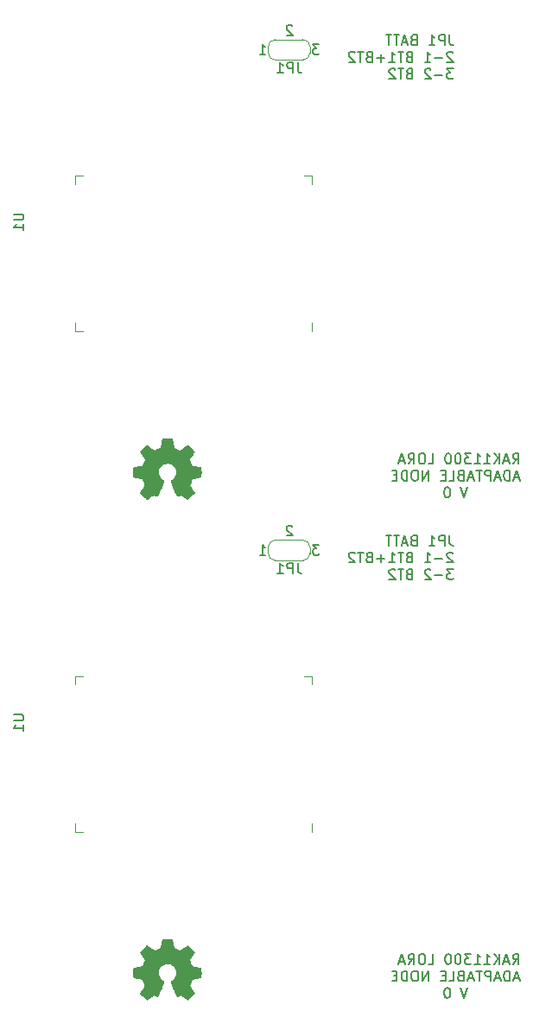
<source format=gbr>
G04 #@! TF.GenerationSoftware,KiCad,Pcbnew,5.1.5+dfsg1-2build2*
G04 #@! TF.CreationDate,2021-12-11T20:31:27-05:00*
G04 #@! TF.ProjectId,,58585858-5858-4585-9858-585858585858,rev?*
G04 #@! TF.SameCoordinates,Original*
G04 #@! TF.FileFunction,Legend,Bot*
G04 #@! TF.FilePolarity,Positive*
%FSLAX46Y46*%
G04 Gerber Fmt 4.6, Leading zero omitted, Abs format (unit mm)*
G04 Created by KiCad (PCBNEW 5.1.5+dfsg1-2build2) date 2021-12-11 20:31:27*
%MOMM*%
%LPD*%
G04 APERTURE LIST*
%ADD10C,0.150000*%
%ADD11C,0.120000*%
%ADD12C,0.010000*%
%ADD13C,1.802000*%
%ADD14O,1.802000X1.802000*%
%ADD15R,1.002000X1.402000*%
%ADD16R,1.402000X1.002000*%
%ADD17R,2.502000X2.502000*%
%ADD18C,2.502000*%
%ADD19C,3.102000*%
%ADD20C,2.742000*%
%ADD21C,2.102000*%
%ADD22R,2.102000X2.102000*%
%ADD23C,0.100000*%
%ADD24R,1.102000X1.602000*%
G04 APERTURE END LIST*
D10*
X154471090Y-96484780D02*
X154471090Y-97199066D01*
X154518709Y-97341923D01*
X154613947Y-97437161D01*
X154756804Y-97484780D01*
X154852042Y-97484780D01*
X153994900Y-97484780D02*
X153994900Y-96484780D01*
X153613947Y-96484780D01*
X153518709Y-96532400D01*
X153471090Y-96580019D01*
X153423471Y-96675257D01*
X153423471Y-96818114D01*
X153471090Y-96913352D01*
X153518709Y-96960971D01*
X153613947Y-97008590D01*
X153994900Y-97008590D01*
X152471090Y-97484780D02*
X153042519Y-97484780D01*
X152756804Y-97484780D02*
X152756804Y-96484780D01*
X152852042Y-96627638D01*
X152947280Y-96722876D01*
X153042519Y-96770495D01*
X150947280Y-96960971D02*
X150804423Y-97008590D01*
X150756804Y-97056209D01*
X150709185Y-97151447D01*
X150709185Y-97294304D01*
X150756804Y-97389542D01*
X150804423Y-97437161D01*
X150899661Y-97484780D01*
X151280614Y-97484780D01*
X151280614Y-96484780D01*
X150947280Y-96484780D01*
X150852042Y-96532400D01*
X150804423Y-96580019D01*
X150756804Y-96675257D01*
X150756804Y-96770495D01*
X150804423Y-96865733D01*
X150852042Y-96913352D01*
X150947280Y-96960971D01*
X151280614Y-96960971D01*
X150328233Y-97199066D02*
X149852042Y-97199066D01*
X150423471Y-97484780D02*
X150090138Y-96484780D01*
X149756804Y-97484780D01*
X149566328Y-96484780D02*
X148994900Y-96484780D01*
X149280614Y-97484780D02*
X149280614Y-96484780D01*
X148804423Y-96484780D02*
X148232995Y-96484780D01*
X148518709Y-97484780D02*
X148518709Y-96484780D01*
X154804423Y-98230019D02*
X154756804Y-98182400D01*
X154661566Y-98134780D01*
X154423471Y-98134780D01*
X154328233Y-98182400D01*
X154280614Y-98230019D01*
X154232995Y-98325257D01*
X154232995Y-98420495D01*
X154280614Y-98563352D01*
X154852042Y-99134780D01*
X154232995Y-99134780D01*
X153804423Y-98753828D02*
X153042519Y-98753828D01*
X152042519Y-99134780D02*
X152613947Y-99134780D01*
X152328233Y-99134780D02*
X152328233Y-98134780D01*
X152423471Y-98277638D01*
X152518709Y-98372876D01*
X152613947Y-98420495D01*
X150518709Y-98610971D02*
X150375852Y-98658590D01*
X150328233Y-98706209D01*
X150280614Y-98801447D01*
X150280614Y-98944304D01*
X150328233Y-99039542D01*
X150375852Y-99087161D01*
X150471090Y-99134780D01*
X150852042Y-99134780D01*
X150852042Y-98134780D01*
X150518709Y-98134780D01*
X150423471Y-98182400D01*
X150375852Y-98230019D01*
X150328233Y-98325257D01*
X150328233Y-98420495D01*
X150375852Y-98515733D01*
X150423471Y-98563352D01*
X150518709Y-98610971D01*
X150852042Y-98610971D01*
X149994900Y-98134780D02*
X149423471Y-98134780D01*
X149709185Y-99134780D02*
X149709185Y-98134780D01*
X148566328Y-99134780D02*
X149137757Y-99134780D01*
X148852042Y-99134780D02*
X148852042Y-98134780D01*
X148947280Y-98277638D01*
X149042519Y-98372876D01*
X149137757Y-98420495D01*
X148137757Y-98753828D02*
X147375852Y-98753828D01*
X147756804Y-99134780D02*
X147756804Y-98372876D01*
X146566328Y-98610971D02*
X146423471Y-98658590D01*
X146375852Y-98706209D01*
X146328233Y-98801447D01*
X146328233Y-98944304D01*
X146375852Y-99039542D01*
X146423471Y-99087161D01*
X146518709Y-99134780D01*
X146899661Y-99134780D01*
X146899661Y-98134780D01*
X146566328Y-98134780D01*
X146471090Y-98182400D01*
X146423471Y-98230019D01*
X146375852Y-98325257D01*
X146375852Y-98420495D01*
X146423471Y-98515733D01*
X146471090Y-98563352D01*
X146566328Y-98610971D01*
X146899661Y-98610971D01*
X146042519Y-98134780D02*
X145471090Y-98134780D01*
X145756804Y-99134780D02*
X145756804Y-98134780D01*
X145185376Y-98230019D02*
X145137757Y-98182400D01*
X145042519Y-98134780D01*
X144804423Y-98134780D01*
X144709185Y-98182400D01*
X144661566Y-98230019D01*
X144613947Y-98325257D01*
X144613947Y-98420495D01*
X144661566Y-98563352D01*
X145232995Y-99134780D01*
X144613947Y-99134780D01*
X154852042Y-99784780D02*
X154232995Y-99784780D01*
X154566328Y-100165733D01*
X154423471Y-100165733D01*
X154328233Y-100213352D01*
X154280614Y-100260971D01*
X154232995Y-100356209D01*
X154232995Y-100594304D01*
X154280614Y-100689542D01*
X154328233Y-100737161D01*
X154423471Y-100784780D01*
X154709185Y-100784780D01*
X154804423Y-100737161D01*
X154852042Y-100689542D01*
X153804423Y-100403828D02*
X153042519Y-100403828D01*
X152613947Y-99880019D02*
X152566328Y-99832400D01*
X152471090Y-99784780D01*
X152232995Y-99784780D01*
X152137757Y-99832400D01*
X152090138Y-99880019D01*
X152042519Y-99975257D01*
X152042519Y-100070495D01*
X152090138Y-100213352D01*
X152661566Y-100784780D01*
X152042519Y-100784780D01*
X150518709Y-100260971D02*
X150375852Y-100308590D01*
X150328233Y-100356209D01*
X150280614Y-100451447D01*
X150280614Y-100594304D01*
X150328233Y-100689542D01*
X150375852Y-100737161D01*
X150471090Y-100784780D01*
X150852042Y-100784780D01*
X150852042Y-99784780D01*
X150518709Y-99784780D01*
X150423471Y-99832400D01*
X150375852Y-99880019D01*
X150328233Y-99975257D01*
X150328233Y-100070495D01*
X150375852Y-100165733D01*
X150423471Y-100213352D01*
X150518709Y-100260971D01*
X150852042Y-100260971D01*
X149994900Y-99784780D02*
X149423471Y-99784780D01*
X149709185Y-100784780D02*
X149709185Y-99784780D01*
X149137757Y-99880019D02*
X149090138Y-99832400D01*
X148994900Y-99784780D01*
X148756804Y-99784780D01*
X148661566Y-99832400D01*
X148613947Y-99880019D01*
X148566328Y-99975257D01*
X148566328Y-100070495D01*
X148613947Y-100213352D01*
X149185376Y-100784780D01*
X148566328Y-100784780D01*
X139069123Y-95601119D02*
X139021504Y-95553500D01*
X138926266Y-95505880D01*
X138688171Y-95505880D01*
X138592933Y-95553500D01*
X138545314Y-95601119D01*
X138497695Y-95696357D01*
X138497695Y-95791595D01*
X138545314Y-95934452D01*
X139116742Y-96505880D01*
X138497695Y-96505880D01*
X160686047Y-138454980D02*
X161019380Y-137978790D01*
X161257476Y-138454980D02*
X161257476Y-137454980D01*
X160876523Y-137454980D01*
X160781285Y-137502600D01*
X160733666Y-137550219D01*
X160686047Y-137645457D01*
X160686047Y-137788314D01*
X160733666Y-137883552D01*
X160781285Y-137931171D01*
X160876523Y-137978790D01*
X161257476Y-137978790D01*
X160305095Y-138169266D02*
X159828904Y-138169266D01*
X160400333Y-138454980D02*
X160067000Y-137454980D01*
X159733666Y-138454980D01*
X159400333Y-138454980D02*
X159400333Y-137454980D01*
X158828904Y-138454980D02*
X159257476Y-137883552D01*
X158828904Y-137454980D02*
X159400333Y-138026409D01*
X157876523Y-138454980D02*
X158447952Y-138454980D01*
X158162238Y-138454980D02*
X158162238Y-137454980D01*
X158257476Y-137597838D01*
X158352714Y-137693076D01*
X158447952Y-137740695D01*
X156924142Y-138454980D02*
X157495571Y-138454980D01*
X157209857Y-138454980D02*
X157209857Y-137454980D01*
X157305095Y-137597838D01*
X157400333Y-137693076D01*
X157495571Y-137740695D01*
X156590809Y-137454980D02*
X155971761Y-137454980D01*
X156305095Y-137835933D01*
X156162238Y-137835933D01*
X156067000Y-137883552D01*
X156019380Y-137931171D01*
X155971761Y-138026409D01*
X155971761Y-138264504D01*
X156019380Y-138359742D01*
X156067000Y-138407361D01*
X156162238Y-138454980D01*
X156447952Y-138454980D01*
X156543190Y-138407361D01*
X156590809Y-138359742D01*
X155352714Y-137454980D02*
X155257476Y-137454980D01*
X155162238Y-137502600D01*
X155114619Y-137550219D01*
X155067000Y-137645457D01*
X155019380Y-137835933D01*
X155019380Y-138074028D01*
X155067000Y-138264504D01*
X155114619Y-138359742D01*
X155162238Y-138407361D01*
X155257476Y-138454980D01*
X155352714Y-138454980D01*
X155447952Y-138407361D01*
X155495571Y-138359742D01*
X155543190Y-138264504D01*
X155590809Y-138074028D01*
X155590809Y-137835933D01*
X155543190Y-137645457D01*
X155495571Y-137550219D01*
X155447952Y-137502600D01*
X155352714Y-137454980D01*
X154400333Y-137454980D02*
X154305095Y-137454980D01*
X154209857Y-137502600D01*
X154162238Y-137550219D01*
X154114619Y-137645457D01*
X154067000Y-137835933D01*
X154067000Y-138074028D01*
X154114619Y-138264504D01*
X154162238Y-138359742D01*
X154209857Y-138407361D01*
X154305095Y-138454980D01*
X154400333Y-138454980D01*
X154495571Y-138407361D01*
X154543190Y-138359742D01*
X154590809Y-138264504D01*
X154638428Y-138074028D01*
X154638428Y-137835933D01*
X154590809Y-137645457D01*
X154543190Y-137550219D01*
X154495571Y-137502600D01*
X154400333Y-137454980D01*
X152400333Y-138454980D02*
X152876523Y-138454980D01*
X152876523Y-137454980D01*
X151876523Y-137454980D02*
X151686047Y-137454980D01*
X151590809Y-137502600D01*
X151495571Y-137597838D01*
X151447952Y-137788314D01*
X151447952Y-138121647D01*
X151495571Y-138312123D01*
X151590809Y-138407361D01*
X151686047Y-138454980D01*
X151876523Y-138454980D01*
X151971761Y-138407361D01*
X152067000Y-138312123D01*
X152114619Y-138121647D01*
X152114619Y-137788314D01*
X152067000Y-137597838D01*
X151971761Y-137502600D01*
X151876523Y-137454980D01*
X150447952Y-138454980D02*
X150781285Y-137978790D01*
X151019380Y-138454980D02*
X151019380Y-137454980D01*
X150638428Y-137454980D01*
X150543190Y-137502600D01*
X150495571Y-137550219D01*
X150447952Y-137645457D01*
X150447952Y-137788314D01*
X150495571Y-137883552D01*
X150543190Y-137931171D01*
X150638428Y-137978790D01*
X151019380Y-137978790D01*
X150067000Y-138169266D02*
X149590809Y-138169266D01*
X150162238Y-138454980D02*
X149828904Y-137454980D01*
X149495571Y-138454980D01*
X161281285Y-139819266D02*
X160805095Y-139819266D01*
X161376523Y-140104980D02*
X161043190Y-139104980D01*
X160709857Y-140104980D01*
X160376523Y-140104980D02*
X160376523Y-139104980D01*
X160138428Y-139104980D01*
X159995571Y-139152600D01*
X159900333Y-139247838D01*
X159852714Y-139343076D01*
X159805095Y-139533552D01*
X159805095Y-139676409D01*
X159852714Y-139866885D01*
X159900333Y-139962123D01*
X159995571Y-140057361D01*
X160138428Y-140104980D01*
X160376523Y-140104980D01*
X159424142Y-139819266D02*
X158947952Y-139819266D01*
X159519380Y-140104980D02*
X159186047Y-139104980D01*
X158852714Y-140104980D01*
X158519380Y-140104980D02*
X158519380Y-139104980D01*
X158138428Y-139104980D01*
X158043190Y-139152600D01*
X157995571Y-139200219D01*
X157947952Y-139295457D01*
X157947952Y-139438314D01*
X157995571Y-139533552D01*
X158043190Y-139581171D01*
X158138428Y-139628790D01*
X158519380Y-139628790D01*
X157662238Y-139104980D02*
X157090809Y-139104980D01*
X157376523Y-140104980D02*
X157376523Y-139104980D01*
X156805095Y-139819266D02*
X156328904Y-139819266D01*
X156900333Y-140104980D02*
X156567000Y-139104980D01*
X156233666Y-140104980D01*
X155567000Y-139581171D02*
X155424142Y-139628790D01*
X155376523Y-139676409D01*
X155328904Y-139771647D01*
X155328904Y-139914504D01*
X155376523Y-140009742D01*
X155424142Y-140057361D01*
X155519380Y-140104980D01*
X155900333Y-140104980D01*
X155900333Y-139104980D01*
X155567000Y-139104980D01*
X155471761Y-139152600D01*
X155424142Y-139200219D01*
X155376523Y-139295457D01*
X155376523Y-139390695D01*
X155424142Y-139485933D01*
X155471761Y-139533552D01*
X155567000Y-139581171D01*
X155900333Y-139581171D01*
X154424142Y-140104980D02*
X154900333Y-140104980D01*
X154900333Y-139104980D01*
X154090809Y-139581171D02*
X153757476Y-139581171D01*
X153614619Y-140104980D02*
X154090809Y-140104980D01*
X154090809Y-139104980D01*
X153614619Y-139104980D01*
X152424142Y-140104980D02*
X152424142Y-139104980D01*
X151852714Y-140104980D01*
X151852714Y-139104980D01*
X151186047Y-139104980D02*
X150995571Y-139104980D01*
X150900333Y-139152600D01*
X150805095Y-139247838D01*
X150757476Y-139438314D01*
X150757476Y-139771647D01*
X150805095Y-139962123D01*
X150900333Y-140057361D01*
X150995571Y-140104980D01*
X151186047Y-140104980D01*
X151281285Y-140057361D01*
X151376523Y-139962123D01*
X151424142Y-139771647D01*
X151424142Y-139438314D01*
X151376523Y-139247838D01*
X151281285Y-139152600D01*
X151186047Y-139104980D01*
X150328904Y-140104980D02*
X150328904Y-139104980D01*
X150090809Y-139104980D01*
X149947952Y-139152600D01*
X149852714Y-139247838D01*
X149805095Y-139343076D01*
X149757476Y-139533552D01*
X149757476Y-139676409D01*
X149805095Y-139866885D01*
X149852714Y-139962123D01*
X149947952Y-140057361D01*
X150090809Y-140104980D01*
X150328904Y-140104980D01*
X149328904Y-139581171D02*
X148995571Y-139581171D01*
X148852714Y-140104980D02*
X149328904Y-140104980D01*
X149328904Y-139104980D01*
X148852714Y-139104980D01*
X156257476Y-140754980D02*
X155924142Y-141754980D01*
X155590809Y-140754980D01*
X154305095Y-140754980D02*
X154209857Y-140754980D01*
X154114619Y-140802600D01*
X154067000Y-140850219D01*
X154019380Y-140945457D01*
X153971761Y-141135933D01*
X153971761Y-141374028D01*
X154019380Y-141564504D01*
X154067000Y-141659742D01*
X154114619Y-141707361D01*
X154209857Y-141754980D01*
X154305095Y-141754980D01*
X154400333Y-141707361D01*
X154447952Y-141659742D01*
X154495571Y-141564504D01*
X154543190Y-141374028D01*
X154543190Y-141135933D01*
X154495571Y-140945457D01*
X154447952Y-140850219D01*
X154400333Y-140802600D01*
X154305095Y-140754980D01*
X139069123Y-46601119D02*
X139021504Y-46553500D01*
X138926266Y-46505880D01*
X138688171Y-46505880D01*
X138592933Y-46553500D01*
X138545314Y-46601119D01*
X138497695Y-46696357D01*
X138497695Y-46791595D01*
X138545314Y-46934452D01*
X139116742Y-47505880D01*
X138497695Y-47505880D01*
X160686047Y-89454980D02*
X161019380Y-88978790D01*
X161257476Y-89454980D02*
X161257476Y-88454980D01*
X160876523Y-88454980D01*
X160781285Y-88502600D01*
X160733666Y-88550219D01*
X160686047Y-88645457D01*
X160686047Y-88788314D01*
X160733666Y-88883552D01*
X160781285Y-88931171D01*
X160876523Y-88978790D01*
X161257476Y-88978790D01*
X160305095Y-89169266D02*
X159828904Y-89169266D01*
X160400333Y-89454980D02*
X160067000Y-88454980D01*
X159733666Y-89454980D01*
X159400333Y-89454980D02*
X159400333Y-88454980D01*
X158828904Y-89454980D02*
X159257476Y-88883552D01*
X158828904Y-88454980D02*
X159400333Y-89026409D01*
X157876523Y-89454980D02*
X158447952Y-89454980D01*
X158162238Y-89454980D02*
X158162238Y-88454980D01*
X158257476Y-88597838D01*
X158352714Y-88693076D01*
X158447952Y-88740695D01*
X156924142Y-89454980D02*
X157495571Y-89454980D01*
X157209857Y-89454980D02*
X157209857Y-88454980D01*
X157305095Y-88597838D01*
X157400333Y-88693076D01*
X157495571Y-88740695D01*
X156590809Y-88454980D02*
X155971761Y-88454980D01*
X156305095Y-88835933D01*
X156162238Y-88835933D01*
X156067000Y-88883552D01*
X156019380Y-88931171D01*
X155971761Y-89026409D01*
X155971761Y-89264504D01*
X156019380Y-89359742D01*
X156067000Y-89407361D01*
X156162238Y-89454980D01*
X156447952Y-89454980D01*
X156543190Y-89407361D01*
X156590809Y-89359742D01*
X155352714Y-88454980D02*
X155257476Y-88454980D01*
X155162238Y-88502600D01*
X155114619Y-88550219D01*
X155067000Y-88645457D01*
X155019380Y-88835933D01*
X155019380Y-89074028D01*
X155067000Y-89264504D01*
X155114619Y-89359742D01*
X155162238Y-89407361D01*
X155257476Y-89454980D01*
X155352714Y-89454980D01*
X155447952Y-89407361D01*
X155495571Y-89359742D01*
X155543190Y-89264504D01*
X155590809Y-89074028D01*
X155590809Y-88835933D01*
X155543190Y-88645457D01*
X155495571Y-88550219D01*
X155447952Y-88502600D01*
X155352714Y-88454980D01*
X154400333Y-88454980D02*
X154305095Y-88454980D01*
X154209857Y-88502600D01*
X154162238Y-88550219D01*
X154114619Y-88645457D01*
X154067000Y-88835933D01*
X154067000Y-89074028D01*
X154114619Y-89264504D01*
X154162238Y-89359742D01*
X154209857Y-89407361D01*
X154305095Y-89454980D01*
X154400333Y-89454980D01*
X154495571Y-89407361D01*
X154543190Y-89359742D01*
X154590809Y-89264504D01*
X154638428Y-89074028D01*
X154638428Y-88835933D01*
X154590809Y-88645457D01*
X154543190Y-88550219D01*
X154495571Y-88502600D01*
X154400333Y-88454980D01*
X152400333Y-89454980D02*
X152876523Y-89454980D01*
X152876523Y-88454980D01*
X151876523Y-88454980D02*
X151686047Y-88454980D01*
X151590809Y-88502600D01*
X151495571Y-88597838D01*
X151447952Y-88788314D01*
X151447952Y-89121647D01*
X151495571Y-89312123D01*
X151590809Y-89407361D01*
X151686047Y-89454980D01*
X151876523Y-89454980D01*
X151971761Y-89407361D01*
X152067000Y-89312123D01*
X152114619Y-89121647D01*
X152114619Y-88788314D01*
X152067000Y-88597838D01*
X151971761Y-88502600D01*
X151876523Y-88454980D01*
X150447952Y-89454980D02*
X150781285Y-88978790D01*
X151019380Y-89454980D02*
X151019380Y-88454980D01*
X150638428Y-88454980D01*
X150543190Y-88502600D01*
X150495571Y-88550219D01*
X150447952Y-88645457D01*
X150447952Y-88788314D01*
X150495571Y-88883552D01*
X150543190Y-88931171D01*
X150638428Y-88978790D01*
X151019380Y-88978790D01*
X150067000Y-89169266D02*
X149590809Y-89169266D01*
X150162238Y-89454980D02*
X149828904Y-88454980D01*
X149495571Y-89454980D01*
X161281285Y-90819266D02*
X160805095Y-90819266D01*
X161376523Y-91104980D02*
X161043190Y-90104980D01*
X160709857Y-91104980D01*
X160376523Y-91104980D02*
X160376523Y-90104980D01*
X160138428Y-90104980D01*
X159995571Y-90152600D01*
X159900333Y-90247838D01*
X159852714Y-90343076D01*
X159805095Y-90533552D01*
X159805095Y-90676409D01*
X159852714Y-90866885D01*
X159900333Y-90962123D01*
X159995571Y-91057361D01*
X160138428Y-91104980D01*
X160376523Y-91104980D01*
X159424142Y-90819266D02*
X158947952Y-90819266D01*
X159519380Y-91104980D02*
X159186047Y-90104980D01*
X158852714Y-91104980D01*
X158519380Y-91104980D02*
X158519380Y-90104980D01*
X158138428Y-90104980D01*
X158043190Y-90152600D01*
X157995571Y-90200219D01*
X157947952Y-90295457D01*
X157947952Y-90438314D01*
X157995571Y-90533552D01*
X158043190Y-90581171D01*
X158138428Y-90628790D01*
X158519380Y-90628790D01*
X157662238Y-90104980D02*
X157090809Y-90104980D01*
X157376523Y-91104980D02*
X157376523Y-90104980D01*
X156805095Y-90819266D02*
X156328904Y-90819266D01*
X156900333Y-91104980D02*
X156567000Y-90104980D01*
X156233666Y-91104980D01*
X155567000Y-90581171D02*
X155424142Y-90628790D01*
X155376523Y-90676409D01*
X155328904Y-90771647D01*
X155328904Y-90914504D01*
X155376523Y-91009742D01*
X155424142Y-91057361D01*
X155519380Y-91104980D01*
X155900333Y-91104980D01*
X155900333Y-90104980D01*
X155567000Y-90104980D01*
X155471761Y-90152600D01*
X155424142Y-90200219D01*
X155376523Y-90295457D01*
X155376523Y-90390695D01*
X155424142Y-90485933D01*
X155471761Y-90533552D01*
X155567000Y-90581171D01*
X155900333Y-90581171D01*
X154424142Y-91104980D02*
X154900333Y-91104980D01*
X154900333Y-90104980D01*
X154090809Y-90581171D02*
X153757476Y-90581171D01*
X153614619Y-91104980D02*
X154090809Y-91104980D01*
X154090809Y-90104980D01*
X153614619Y-90104980D01*
X152424142Y-91104980D02*
X152424142Y-90104980D01*
X151852714Y-91104980D01*
X151852714Y-90104980D01*
X151186047Y-90104980D02*
X150995571Y-90104980D01*
X150900333Y-90152600D01*
X150805095Y-90247838D01*
X150757476Y-90438314D01*
X150757476Y-90771647D01*
X150805095Y-90962123D01*
X150900333Y-91057361D01*
X150995571Y-91104980D01*
X151186047Y-91104980D01*
X151281285Y-91057361D01*
X151376523Y-90962123D01*
X151424142Y-90771647D01*
X151424142Y-90438314D01*
X151376523Y-90247838D01*
X151281285Y-90152600D01*
X151186047Y-90104980D01*
X150328904Y-91104980D02*
X150328904Y-90104980D01*
X150090809Y-90104980D01*
X149947952Y-90152600D01*
X149852714Y-90247838D01*
X149805095Y-90343076D01*
X149757476Y-90533552D01*
X149757476Y-90676409D01*
X149805095Y-90866885D01*
X149852714Y-90962123D01*
X149947952Y-91057361D01*
X150090809Y-91104980D01*
X150328904Y-91104980D01*
X149328904Y-90581171D02*
X148995571Y-90581171D01*
X148852714Y-91104980D02*
X149328904Y-91104980D01*
X149328904Y-90104980D01*
X148852714Y-90104980D01*
X156257476Y-91754980D02*
X155924142Y-92754980D01*
X155590809Y-91754980D01*
X154305095Y-91754980D02*
X154209857Y-91754980D01*
X154114619Y-91802600D01*
X154067000Y-91850219D01*
X154019380Y-91945457D01*
X153971761Y-92135933D01*
X153971761Y-92374028D01*
X154019380Y-92564504D01*
X154067000Y-92659742D01*
X154114619Y-92707361D01*
X154209857Y-92754980D01*
X154305095Y-92754980D01*
X154400333Y-92707361D01*
X154447952Y-92659742D01*
X154495571Y-92564504D01*
X154543190Y-92374028D01*
X154543190Y-92135933D01*
X154495571Y-91945457D01*
X154447952Y-91850219D01*
X154400333Y-91802600D01*
X154305095Y-91754980D01*
X154471090Y-47484780D02*
X154471090Y-48199066D01*
X154518709Y-48341923D01*
X154613947Y-48437161D01*
X154756804Y-48484780D01*
X154852042Y-48484780D01*
X153994900Y-48484780D02*
X153994900Y-47484780D01*
X153613947Y-47484780D01*
X153518709Y-47532400D01*
X153471090Y-47580019D01*
X153423471Y-47675257D01*
X153423471Y-47818114D01*
X153471090Y-47913352D01*
X153518709Y-47960971D01*
X153613947Y-48008590D01*
X153994900Y-48008590D01*
X152471090Y-48484780D02*
X153042519Y-48484780D01*
X152756804Y-48484780D02*
X152756804Y-47484780D01*
X152852042Y-47627638D01*
X152947280Y-47722876D01*
X153042519Y-47770495D01*
X150947280Y-47960971D02*
X150804423Y-48008590D01*
X150756804Y-48056209D01*
X150709185Y-48151447D01*
X150709185Y-48294304D01*
X150756804Y-48389542D01*
X150804423Y-48437161D01*
X150899661Y-48484780D01*
X151280614Y-48484780D01*
X151280614Y-47484780D01*
X150947280Y-47484780D01*
X150852042Y-47532400D01*
X150804423Y-47580019D01*
X150756804Y-47675257D01*
X150756804Y-47770495D01*
X150804423Y-47865733D01*
X150852042Y-47913352D01*
X150947280Y-47960971D01*
X151280614Y-47960971D01*
X150328233Y-48199066D02*
X149852042Y-48199066D01*
X150423471Y-48484780D02*
X150090138Y-47484780D01*
X149756804Y-48484780D01*
X149566328Y-47484780D02*
X148994900Y-47484780D01*
X149280614Y-48484780D02*
X149280614Y-47484780D01*
X148804423Y-47484780D02*
X148232995Y-47484780D01*
X148518709Y-48484780D02*
X148518709Y-47484780D01*
X154804423Y-49230019D02*
X154756804Y-49182400D01*
X154661566Y-49134780D01*
X154423471Y-49134780D01*
X154328233Y-49182400D01*
X154280614Y-49230019D01*
X154232995Y-49325257D01*
X154232995Y-49420495D01*
X154280614Y-49563352D01*
X154852042Y-50134780D01*
X154232995Y-50134780D01*
X153804423Y-49753828D02*
X153042519Y-49753828D01*
X152042519Y-50134780D02*
X152613947Y-50134780D01*
X152328233Y-50134780D02*
X152328233Y-49134780D01*
X152423471Y-49277638D01*
X152518709Y-49372876D01*
X152613947Y-49420495D01*
X150518709Y-49610971D02*
X150375852Y-49658590D01*
X150328233Y-49706209D01*
X150280614Y-49801447D01*
X150280614Y-49944304D01*
X150328233Y-50039542D01*
X150375852Y-50087161D01*
X150471090Y-50134780D01*
X150852042Y-50134780D01*
X150852042Y-49134780D01*
X150518709Y-49134780D01*
X150423471Y-49182400D01*
X150375852Y-49230019D01*
X150328233Y-49325257D01*
X150328233Y-49420495D01*
X150375852Y-49515733D01*
X150423471Y-49563352D01*
X150518709Y-49610971D01*
X150852042Y-49610971D01*
X149994900Y-49134780D02*
X149423471Y-49134780D01*
X149709185Y-50134780D02*
X149709185Y-49134780D01*
X148566328Y-50134780D02*
X149137757Y-50134780D01*
X148852042Y-50134780D02*
X148852042Y-49134780D01*
X148947280Y-49277638D01*
X149042519Y-49372876D01*
X149137757Y-49420495D01*
X148137757Y-49753828D02*
X147375852Y-49753828D01*
X147756804Y-50134780D02*
X147756804Y-49372876D01*
X146566328Y-49610971D02*
X146423471Y-49658590D01*
X146375852Y-49706209D01*
X146328233Y-49801447D01*
X146328233Y-49944304D01*
X146375852Y-50039542D01*
X146423471Y-50087161D01*
X146518709Y-50134780D01*
X146899661Y-50134780D01*
X146899661Y-49134780D01*
X146566328Y-49134780D01*
X146471090Y-49182400D01*
X146423471Y-49230019D01*
X146375852Y-49325257D01*
X146375852Y-49420495D01*
X146423471Y-49515733D01*
X146471090Y-49563352D01*
X146566328Y-49610971D01*
X146899661Y-49610971D01*
X146042519Y-49134780D02*
X145471090Y-49134780D01*
X145756804Y-50134780D02*
X145756804Y-49134780D01*
X145185376Y-49230019D02*
X145137757Y-49182400D01*
X145042519Y-49134780D01*
X144804423Y-49134780D01*
X144709185Y-49182400D01*
X144661566Y-49230019D01*
X144613947Y-49325257D01*
X144613947Y-49420495D01*
X144661566Y-49563352D01*
X145232995Y-50134780D01*
X144613947Y-50134780D01*
X154852042Y-50784780D02*
X154232995Y-50784780D01*
X154566328Y-51165733D01*
X154423471Y-51165733D01*
X154328233Y-51213352D01*
X154280614Y-51260971D01*
X154232995Y-51356209D01*
X154232995Y-51594304D01*
X154280614Y-51689542D01*
X154328233Y-51737161D01*
X154423471Y-51784780D01*
X154709185Y-51784780D01*
X154804423Y-51737161D01*
X154852042Y-51689542D01*
X153804423Y-51403828D02*
X153042519Y-51403828D01*
X152613947Y-50880019D02*
X152566328Y-50832400D01*
X152471090Y-50784780D01*
X152232995Y-50784780D01*
X152137757Y-50832400D01*
X152090138Y-50880019D01*
X152042519Y-50975257D01*
X152042519Y-51070495D01*
X152090138Y-51213352D01*
X152661566Y-51784780D01*
X152042519Y-51784780D01*
X150518709Y-51260971D02*
X150375852Y-51308590D01*
X150328233Y-51356209D01*
X150280614Y-51451447D01*
X150280614Y-51594304D01*
X150328233Y-51689542D01*
X150375852Y-51737161D01*
X150471090Y-51784780D01*
X150852042Y-51784780D01*
X150852042Y-50784780D01*
X150518709Y-50784780D01*
X150423471Y-50832400D01*
X150375852Y-50880019D01*
X150328233Y-50975257D01*
X150328233Y-51070495D01*
X150375852Y-51165733D01*
X150423471Y-51213352D01*
X150518709Y-51260971D01*
X150852042Y-51260971D01*
X149994900Y-50784780D02*
X149423471Y-50784780D01*
X149709185Y-51784780D02*
X149709185Y-50784780D01*
X149137757Y-50880019D02*
X149090138Y-50832400D01*
X148994900Y-50784780D01*
X148756804Y-50784780D01*
X148661566Y-50832400D01*
X148613947Y-50880019D01*
X148566328Y-50975257D01*
X148566328Y-51070495D01*
X148613947Y-51213352D01*
X149185376Y-51784780D01*
X148566328Y-51784780D01*
D11*
X117767600Y-111059400D02*
X117767600Y-110239400D01*
X118587600Y-110239400D02*
X117767600Y-110239400D01*
X117767600Y-124659400D02*
X117767600Y-125479400D01*
X118587600Y-125479400D02*
X117767600Y-125479400D01*
X141007600Y-110239400D02*
X141007600Y-111059400D01*
X140187600Y-110239400D02*
X141007600Y-110239400D01*
X141007600Y-125479400D02*
X141007600Y-124659400D01*
D12*
G36*
X126253686Y-136435731D02*
G01*
X126169865Y-136880355D01*
X125860580Y-137007853D01*
X125551294Y-137135351D01*
X125180254Y-136883046D01*
X125076343Y-136812796D01*
X124982413Y-136750072D01*
X124902848Y-136697738D01*
X124842030Y-136658657D01*
X124804343Y-136635693D01*
X124794079Y-136630742D01*
X124775590Y-136643476D01*
X124736080Y-136678682D01*
X124679978Y-136731862D01*
X124611713Y-136798518D01*
X124535714Y-136874154D01*
X124456408Y-136954272D01*
X124378225Y-137034374D01*
X124305593Y-137109964D01*
X124242941Y-137176545D01*
X124194697Y-137229618D01*
X124165290Y-137264687D01*
X124158259Y-137276423D01*
X124168377Y-137298060D01*
X124196741Y-137345462D01*
X124240371Y-137413993D01*
X124296282Y-137499015D01*
X124361494Y-137595893D01*
X124399281Y-137651150D01*
X124468157Y-137752048D01*
X124529360Y-137843099D01*
X124579922Y-137919770D01*
X124616872Y-137977528D01*
X124637242Y-138011843D01*
X124640303Y-138019054D01*
X124633364Y-138039548D01*
X124614449Y-138087313D01*
X124586413Y-138155632D01*
X124552109Y-138237789D01*
X124514391Y-138327070D01*
X124476113Y-138416758D01*
X124440130Y-138500138D01*
X124409294Y-138570494D01*
X124386461Y-138621110D01*
X124374483Y-138645271D01*
X124373776Y-138646222D01*
X124354969Y-138650836D01*
X124304882Y-138661128D01*
X124228707Y-138676087D01*
X124131635Y-138694701D01*
X124018857Y-138715959D01*
X123953058Y-138728218D01*
X123832550Y-138751162D01*
X123723703Y-138772995D01*
X123632024Y-138792522D01*
X123563019Y-138808548D01*
X123522196Y-138819879D01*
X123513989Y-138823474D01*
X123505952Y-138847806D01*
X123499467Y-138902759D01*
X123494530Y-138981908D01*
X123491136Y-139078826D01*
X123489282Y-139187087D01*
X123488962Y-139300265D01*
X123490173Y-139411935D01*
X123492910Y-139515668D01*
X123497169Y-139605041D01*
X123502945Y-139673626D01*
X123510233Y-139714997D01*
X123514605Y-139723610D01*
X123540736Y-139733933D01*
X123596107Y-139748692D01*
X123673393Y-139766152D01*
X123765270Y-139784580D01*
X123797342Y-139790541D01*
X123951976Y-139818866D01*
X124074125Y-139841676D01*
X124167827Y-139859880D01*
X124237116Y-139874383D01*
X124286029Y-139886092D01*
X124318603Y-139895915D01*
X124338872Y-139904756D01*
X124350874Y-139913524D01*
X124352553Y-139915257D01*
X124369316Y-139943171D01*
X124394886Y-139997495D01*
X124426712Y-140071577D01*
X124462240Y-140158765D01*
X124498917Y-140252408D01*
X124534189Y-140345852D01*
X124565504Y-140432447D01*
X124590307Y-140505540D01*
X124606046Y-140558478D01*
X124610168Y-140584611D01*
X124609824Y-140585526D01*
X124595859Y-140606886D01*
X124564178Y-140653884D01*
X124518109Y-140721627D01*
X124460982Y-140805223D01*
X124396127Y-140899782D01*
X124377657Y-140926654D01*
X124311801Y-141024075D01*
X124253850Y-141112963D01*
X124206962Y-141188212D01*
X124174293Y-141244720D01*
X124159000Y-141277381D01*
X124158259Y-141281393D01*
X124171108Y-141302484D01*
X124206612Y-141344264D01*
X124260207Y-141402245D01*
X124327329Y-141471935D01*
X124403413Y-141548845D01*
X124483896Y-141628483D01*
X124564213Y-141706361D01*
X124639801Y-141777986D01*
X124706095Y-141838870D01*
X124758531Y-141884521D01*
X124792545Y-141910450D01*
X124801955Y-141914683D01*
X124823857Y-141904712D01*
X124868700Y-141877820D01*
X124929179Y-141838536D01*
X124975711Y-141806917D01*
X125060025Y-141748898D01*
X125159874Y-141680584D01*
X125260027Y-141612379D01*
X125313873Y-141575875D01*
X125496129Y-141452600D01*
X125649119Y-141535320D01*
X125718818Y-141571559D01*
X125778086Y-141599726D01*
X125818189Y-141615791D01*
X125828397Y-141618026D01*
X125840671Y-141601522D01*
X125864887Y-141554882D01*
X125899237Y-141482409D01*
X125941912Y-141388406D01*
X125991106Y-141277174D01*
X126045010Y-141153015D01*
X126101816Y-141020232D01*
X126159718Y-140883127D01*
X126216907Y-140746002D01*
X126271576Y-140613158D01*
X126321916Y-140488898D01*
X126366120Y-140377525D01*
X126402381Y-140283339D01*
X126428891Y-140210644D01*
X126443842Y-140163741D01*
X126446246Y-140147633D01*
X126427189Y-140127086D01*
X126385464Y-140093733D01*
X126329794Y-140054502D01*
X126325122Y-140051399D01*
X126181236Y-139936223D01*
X126065217Y-139801853D01*
X125978070Y-139652584D01*
X125920801Y-139492713D01*
X125894414Y-139326537D01*
X125899915Y-139158352D01*
X125938310Y-138992455D01*
X126010605Y-138833142D01*
X126031874Y-138798287D01*
X126142504Y-138657537D01*
X126273198Y-138544514D01*
X126419436Y-138459803D01*
X126576692Y-138403994D01*
X126740443Y-138377674D01*
X126906167Y-138381430D01*
X127069338Y-138415850D01*
X127225435Y-138481523D01*
X127369933Y-138579035D01*
X127414631Y-138618613D01*
X127528388Y-138742503D01*
X127611282Y-138872924D01*
X127668144Y-139019115D01*
X127699813Y-139163888D01*
X127707631Y-139326660D01*
X127681562Y-139490240D01*
X127624255Y-139649098D01*
X127538356Y-139797706D01*
X127426514Y-139930535D01*
X127291377Y-140042056D01*
X127273617Y-140053811D01*
X127217350Y-140092308D01*
X127174577Y-140125663D01*
X127154128Y-140146960D01*
X127153831Y-140147633D01*
X127158221Y-140170671D01*
X127175624Y-140222957D01*
X127204232Y-140300190D01*
X127242235Y-140398068D01*
X127287826Y-140512291D01*
X127339197Y-140638558D01*
X127394538Y-140772567D01*
X127452042Y-140910018D01*
X127509899Y-141046608D01*
X127566302Y-141178037D01*
X127619442Y-141300005D01*
X127667510Y-141408209D01*
X127708699Y-141498349D01*
X127741199Y-141566123D01*
X127763203Y-141607230D01*
X127772064Y-141618026D01*
X127799140Y-141609619D01*
X127849803Y-141587072D01*
X127915317Y-141554413D01*
X127951341Y-141535320D01*
X128104332Y-141452600D01*
X128286588Y-141575875D01*
X128379625Y-141639028D01*
X128481485Y-141708527D01*
X128576938Y-141773965D01*
X128624750Y-141806917D01*
X128691995Y-141852073D01*
X128748936Y-141887857D01*
X128788146Y-141909738D01*
X128800881Y-141914363D01*
X128819417Y-141901885D01*
X128860441Y-141867052D01*
X128919975Y-141813478D01*
X128994042Y-141744783D01*
X129078665Y-141664581D01*
X129132185Y-141613086D01*
X129225819Y-141521086D01*
X129306741Y-141438799D01*
X129371677Y-141369745D01*
X129417358Y-141317444D01*
X129440511Y-141285416D01*
X129442732Y-141278916D01*
X129432424Y-141254194D01*
X129403939Y-141204205D01*
X129360437Y-141134012D01*
X129305077Y-141048675D01*
X129241020Y-140953256D01*
X129222803Y-140926654D01*
X129156427Y-140829967D01*
X129096878Y-140742917D01*
X129047484Y-140670395D01*
X129011575Y-140617293D01*
X128992481Y-140588503D01*
X128990636Y-140585526D01*
X128993395Y-140562582D01*
X129008038Y-140512136D01*
X129032013Y-140440841D01*
X129062766Y-140355347D01*
X129097744Y-140262307D01*
X129134393Y-140168374D01*
X129170161Y-140080199D01*
X129202494Y-140004434D01*
X129228838Y-139947731D01*
X129246642Y-139916743D01*
X129247907Y-139915257D01*
X129258794Y-139906401D01*
X129277182Y-139897643D01*
X129307106Y-139888077D01*
X129352603Y-139876796D01*
X129417709Y-139862893D01*
X129506461Y-139845463D01*
X129622893Y-139823598D01*
X129771042Y-139796391D01*
X129803118Y-139790541D01*
X129898186Y-139772174D01*
X129981065Y-139754205D01*
X130044430Y-139738369D01*
X130080958Y-139726400D01*
X130085856Y-139723610D01*
X130093927Y-139698872D01*
X130100487Y-139643590D01*
X130105533Y-139564189D01*
X130109059Y-139467096D01*
X130111061Y-139358738D01*
X130111536Y-139245540D01*
X130110477Y-139133928D01*
X130107882Y-139030329D01*
X130103746Y-138941168D01*
X130098063Y-138872872D01*
X130090831Y-138831866D01*
X130086471Y-138823474D01*
X130062198Y-138815008D01*
X130006926Y-138801235D01*
X129926162Y-138783350D01*
X129825412Y-138762548D01*
X129710183Y-138740023D01*
X129647402Y-138728218D01*
X129528287Y-138705951D01*
X129422065Y-138685779D01*
X129333927Y-138668715D01*
X129269066Y-138655769D01*
X129232674Y-138647955D01*
X129226684Y-138646222D01*
X129216561Y-138626690D01*
X129195162Y-138579643D01*
X129165339Y-138511803D01*
X129129945Y-138429891D01*
X129091832Y-138340628D01*
X129053853Y-138250735D01*
X129018860Y-138166935D01*
X128989706Y-138095947D01*
X128969243Y-138044494D01*
X128960323Y-138019297D01*
X128960157Y-138018196D01*
X128970269Y-137998319D01*
X128998617Y-137952577D01*
X129042223Y-137885517D01*
X129098106Y-137801684D01*
X129163287Y-137705626D01*
X129201179Y-137650450D01*
X129270225Y-137549281D01*
X129331550Y-137457430D01*
X129382163Y-137379544D01*
X129419071Y-137320269D01*
X129439282Y-137284251D01*
X129442201Y-137276177D01*
X129429653Y-137257384D01*
X129394963Y-137217257D01*
X129342563Y-137160293D01*
X129276884Y-137090985D01*
X129202356Y-137013831D01*
X129123413Y-136933325D01*
X129044483Y-136853963D01*
X128970000Y-136780240D01*
X128904394Y-136716652D01*
X128852096Y-136667694D01*
X128817539Y-136637861D01*
X128805978Y-136630742D01*
X128787154Y-136640753D01*
X128742131Y-136668878D01*
X128675287Y-136712254D01*
X128590999Y-136768018D01*
X128493644Y-136833306D01*
X128420207Y-136883046D01*
X128049167Y-137135351D01*
X127430595Y-136880355D01*
X127346775Y-136435731D01*
X127262954Y-135991107D01*
X126337506Y-135991107D01*
X126253686Y-136435731D01*
G37*
X126253686Y-136435731D02*
X126169865Y-136880355D01*
X125860580Y-137007853D01*
X125551294Y-137135351D01*
X125180254Y-136883046D01*
X125076343Y-136812796D01*
X124982413Y-136750072D01*
X124902848Y-136697738D01*
X124842030Y-136658657D01*
X124804343Y-136635693D01*
X124794079Y-136630742D01*
X124775590Y-136643476D01*
X124736080Y-136678682D01*
X124679978Y-136731862D01*
X124611713Y-136798518D01*
X124535714Y-136874154D01*
X124456408Y-136954272D01*
X124378225Y-137034374D01*
X124305593Y-137109964D01*
X124242941Y-137176545D01*
X124194697Y-137229618D01*
X124165290Y-137264687D01*
X124158259Y-137276423D01*
X124168377Y-137298060D01*
X124196741Y-137345462D01*
X124240371Y-137413993D01*
X124296282Y-137499015D01*
X124361494Y-137595893D01*
X124399281Y-137651150D01*
X124468157Y-137752048D01*
X124529360Y-137843099D01*
X124579922Y-137919770D01*
X124616872Y-137977528D01*
X124637242Y-138011843D01*
X124640303Y-138019054D01*
X124633364Y-138039548D01*
X124614449Y-138087313D01*
X124586413Y-138155632D01*
X124552109Y-138237789D01*
X124514391Y-138327070D01*
X124476113Y-138416758D01*
X124440130Y-138500138D01*
X124409294Y-138570494D01*
X124386461Y-138621110D01*
X124374483Y-138645271D01*
X124373776Y-138646222D01*
X124354969Y-138650836D01*
X124304882Y-138661128D01*
X124228707Y-138676087D01*
X124131635Y-138694701D01*
X124018857Y-138715959D01*
X123953058Y-138728218D01*
X123832550Y-138751162D01*
X123723703Y-138772995D01*
X123632024Y-138792522D01*
X123563019Y-138808548D01*
X123522196Y-138819879D01*
X123513989Y-138823474D01*
X123505952Y-138847806D01*
X123499467Y-138902759D01*
X123494530Y-138981908D01*
X123491136Y-139078826D01*
X123489282Y-139187087D01*
X123488962Y-139300265D01*
X123490173Y-139411935D01*
X123492910Y-139515668D01*
X123497169Y-139605041D01*
X123502945Y-139673626D01*
X123510233Y-139714997D01*
X123514605Y-139723610D01*
X123540736Y-139733933D01*
X123596107Y-139748692D01*
X123673393Y-139766152D01*
X123765270Y-139784580D01*
X123797342Y-139790541D01*
X123951976Y-139818866D01*
X124074125Y-139841676D01*
X124167827Y-139859880D01*
X124237116Y-139874383D01*
X124286029Y-139886092D01*
X124318603Y-139895915D01*
X124338872Y-139904756D01*
X124350874Y-139913524D01*
X124352553Y-139915257D01*
X124369316Y-139943171D01*
X124394886Y-139997495D01*
X124426712Y-140071577D01*
X124462240Y-140158765D01*
X124498917Y-140252408D01*
X124534189Y-140345852D01*
X124565504Y-140432447D01*
X124590307Y-140505540D01*
X124606046Y-140558478D01*
X124610168Y-140584611D01*
X124609824Y-140585526D01*
X124595859Y-140606886D01*
X124564178Y-140653884D01*
X124518109Y-140721627D01*
X124460982Y-140805223D01*
X124396127Y-140899782D01*
X124377657Y-140926654D01*
X124311801Y-141024075D01*
X124253850Y-141112963D01*
X124206962Y-141188212D01*
X124174293Y-141244720D01*
X124159000Y-141277381D01*
X124158259Y-141281393D01*
X124171108Y-141302484D01*
X124206612Y-141344264D01*
X124260207Y-141402245D01*
X124327329Y-141471935D01*
X124403413Y-141548845D01*
X124483896Y-141628483D01*
X124564213Y-141706361D01*
X124639801Y-141777986D01*
X124706095Y-141838870D01*
X124758531Y-141884521D01*
X124792545Y-141910450D01*
X124801955Y-141914683D01*
X124823857Y-141904712D01*
X124868700Y-141877820D01*
X124929179Y-141838536D01*
X124975711Y-141806917D01*
X125060025Y-141748898D01*
X125159874Y-141680584D01*
X125260027Y-141612379D01*
X125313873Y-141575875D01*
X125496129Y-141452600D01*
X125649119Y-141535320D01*
X125718818Y-141571559D01*
X125778086Y-141599726D01*
X125818189Y-141615791D01*
X125828397Y-141618026D01*
X125840671Y-141601522D01*
X125864887Y-141554882D01*
X125899237Y-141482409D01*
X125941912Y-141388406D01*
X125991106Y-141277174D01*
X126045010Y-141153015D01*
X126101816Y-141020232D01*
X126159718Y-140883127D01*
X126216907Y-140746002D01*
X126271576Y-140613158D01*
X126321916Y-140488898D01*
X126366120Y-140377525D01*
X126402381Y-140283339D01*
X126428891Y-140210644D01*
X126443842Y-140163741D01*
X126446246Y-140147633D01*
X126427189Y-140127086D01*
X126385464Y-140093733D01*
X126329794Y-140054502D01*
X126325122Y-140051399D01*
X126181236Y-139936223D01*
X126065217Y-139801853D01*
X125978070Y-139652584D01*
X125920801Y-139492713D01*
X125894414Y-139326537D01*
X125899915Y-139158352D01*
X125938310Y-138992455D01*
X126010605Y-138833142D01*
X126031874Y-138798287D01*
X126142504Y-138657537D01*
X126273198Y-138544514D01*
X126419436Y-138459803D01*
X126576692Y-138403994D01*
X126740443Y-138377674D01*
X126906167Y-138381430D01*
X127069338Y-138415850D01*
X127225435Y-138481523D01*
X127369933Y-138579035D01*
X127414631Y-138618613D01*
X127528388Y-138742503D01*
X127611282Y-138872924D01*
X127668144Y-139019115D01*
X127699813Y-139163888D01*
X127707631Y-139326660D01*
X127681562Y-139490240D01*
X127624255Y-139649098D01*
X127538356Y-139797706D01*
X127426514Y-139930535D01*
X127291377Y-140042056D01*
X127273617Y-140053811D01*
X127217350Y-140092308D01*
X127174577Y-140125663D01*
X127154128Y-140146960D01*
X127153831Y-140147633D01*
X127158221Y-140170671D01*
X127175624Y-140222957D01*
X127204232Y-140300190D01*
X127242235Y-140398068D01*
X127287826Y-140512291D01*
X127339197Y-140638558D01*
X127394538Y-140772567D01*
X127452042Y-140910018D01*
X127509899Y-141046608D01*
X127566302Y-141178037D01*
X127619442Y-141300005D01*
X127667510Y-141408209D01*
X127708699Y-141498349D01*
X127741199Y-141566123D01*
X127763203Y-141607230D01*
X127772064Y-141618026D01*
X127799140Y-141609619D01*
X127849803Y-141587072D01*
X127915317Y-141554413D01*
X127951341Y-141535320D01*
X128104332Y-141452600D01*
X128286588Y-141575875D01*
X128379625Y-141639028D01*
X128481485Y-141708527D01*
X128576938Y-141773965D01*
X128624750Y-141806917D01*
X128691995Y-141852073D01*
X128748936Y-141887857D01*
X128788146Y-141909738D01*
X128800881Y-141914363D01*
X128819417Y-141901885D01*
X128860441Y-141867052D01*
X128919975Y-141813478D01*
X128994042Y-141744783D01*
X129078665Y-141664581D01*
X129132185Y-141613086D01*
X129225819Y-141521086D01*
X129306741Y-141438799D01*
X129371677Y-141369745D01*
X129417358Y-141317444D01*
X129440511Y-141285416D01*
X129442732Y-141278916D01*
X129432424Y-141254194D01*
X129403939Y-141204205D01*
X129360437Y-141134012D01*
X129305077Y-141048675D01*
X129241020Y-140953256D01*
X129222803Y-140926654D01*
X129156427Y-140829967D01*
X129096878Y-140742917D01*
X129047484Y-140670395D01*
X129011575Y-140617293D01*
X128992481Y-140588503D01*
X128990636Y-140585526D01*
X128993395Y-140562582D01*
X129008038Y-140512136D01*
X129032013Y-140440841D01*
X129062766Y-140355347D01*
X129097744Y-140262307D01*
X129134393Y-140168374D01*
X129170161Y-140080199D01*
X129202494Y-140004434D01*
X129228838Y-139947731D01*
X129246642Y-139916743D01*
X129247907Y-139915257D01*
X129258794Y-139906401D01*
X129277182Y-139897643D01*
X129307106Y-139888077D01*
X129352603Y-139876796D01*
X129417709Y-139862893D01*
X129506461Y-139845463D01*
X129622893Y-139823598D01*
X129771042Y-139796391D01*
X129803118Y-139790541D01*
X129898186Y-139772174D01*
X129981065Y-139754205D01*
X130044430Y-139738369D01*
X130080958Y-139726400D01*
X130085856Y-139723610D01*
X130093927Y-139698872D01*
X130100487Y-139643590D01*
X130105533Y-139564189D01*
X130109059Y-139467096D01*
X130111061Y-139358738D01*
X130111536Y-139245540D01*
X130110477Y-139133928D01*
X130107882Y-139030329D01*
X130103746Y-138941168D01*
X130098063Y-138872872D01*
X130090831Y-138831866D01*
X130086471Y-138823474D01*
X130062198Y-138815008D01*
X130006926Y-138801235D01*
X129926162Y-138783350D01*
X129825412Y-138762548D01*
X129710183Y-138740023D01*
X129647402Y-138728218D01*
X129528287Y-138705951D01*
X129422065Y-138685779D01*
X129333927Y-138668715D01*
X129269066Y-138655769D01*
X129232674Y-138647955D01*
X129226684Y-138646222D01*
X129216561Y-138626690D01*
X129195162Y-138579643D01*
X129165339Y-138511803D01*
X129129945Y-138429891D01*
X129091832Y-138340628D01*
X129053853Y-138250735D01*
X129018860Y-138166935D01*
X128989706Y-138095947D01*
X128969243Y-138044494D01*
X128960323Y-138019297D01*
X128960157Y-138018196D01*
X128970269Y-137998319D01*
X128998617Y-137952577D01*
X129042223Y-137885517D01*
X129098106Y-137801684D01*
X129163287Y-137705626D01*
X129201179Y-137650450D01*
X129270225Y-137549281D01*
X129331550Y-137457430D01*
X129382163Y-137379544D01*
X129419071Y-137320269D01*
X129439282Y-137284251D01*
X129442201Y-137276177D01*
X129429653Y-137257384D01*
X129394963Y-137217257D01*
X129342563Y-137160293D01*
X129276884Y-137090985D01*
X129202356Y-137013831D01*
X129123413Y-136933325D01*
X129044483Y-136853963D01*
X128970000Y-136780240D01*
X128904394Y-136716652D01*
X128852096Y-136667694D01*
X128817539Y-136637861D01*
X128805978Y-136630742D01*
X128787154Y-136640753D01*
X128742131Y-136668878D01*
X128675287Y-136712254D01*
X128590999Y-136768018D01*
X128493644Y-136833306D01*
X128420207Y-136883046D01*
X128049167Y-137135351D01*
X127430595Y-136880355D01*
X127346775Y-136435731D01*
X127262954Y-135991107D01*
X126337506Y-135991107D01*
X126253686Y-136435731D01*
D11*
X136710200Y-97633100D02*
X136710200Y-98233100D01*
X140160200Y-96933100D02*
X137360200Y-96933100D01*
X140810200Y-98233100D02*
X140810200Y-97633100D01*
X137360200Y-98933100D02*
X140160200Y-98933100D01*
X140110200Y-98933100D02*
G75*
G03X140810200Y-98233100I0J700000D01*
G01*
X140810200Y-97633100D02*
G75*
G03X140110200Y-96933100I-700000J0D01*
G01*
X137410200Y-96933100D02*
G75*
G03X136710200Y-97633100I0J-700000D01*
G01*
X136710200Y-98233100D02*
G75*
G03X137410200Y-98933100I700000J0D01*
G01*
X141007600Y-76479400D02*
X141007600Y-75659400D01*
X140187600Y-61239400D02*
X141007600Y-61239400D01*
X141007600Y-61239400D02*
X141007600Y-62059400D01*
X118587600Y-76479400D02*
X117767600Y-76479400D01*
X117767600Y-75659400D02*
X117767600Y-76479400D01*
X118587600Y-61239400D02*
X117767600Y-61239400D01*
X117767600Y-62059400D02*
X117767600Y-61239400D01*
D12*
G36*
X126253686Y-87435731D02*
G01*
X126169865Y-87880355D01*
X125860580Y-88007853D01*
X125551294Y-88135351D01*
X125180254Y-87883046D01*
X125076343Y-87812796D01*
X124982413Y-87750072D01*
X124902848Y-87697738D01*
X124842030Y-87658657D01*
X124804343Y-87635693D01*
X124794079Y-87630742D01*
X124775590Y-87643476D01*
X124736080Y-87678682D01*
X124679978Y-87731862D01*
X124611713Y-87798518D01*
X124535714Y-87874154D01*
X124456408Y-87954272D01*
X124378225Y-88034374D01*
X124305593Y-88109964D01*
X124242941Y-88176545D01*
X124194697Y-88229618D01*
X124165290Y-88264687D01*
X124158259Y-88276423D01*
X124168377Y-88298060D01*
X124196741Y-88345462D01*
X124240371Y-88413993D01*
X124296282Y-88499015D01*
X124361494Y-88595893D01*
X124399281Y-88651150D01*
X124468157Y-88752048D01*
X124529360Y-88843099D01*
X124579922Y-88919770D01*
X124616872Y-88977528D01*
X124637242Y-89011843D01*
X124640303Y-89019054D01*
X124633364Y-89039548D01*
X124614449Y-89087313D01*
X124586413Y-89155632D01*
X124552109Y-89237789D01*
X124514391Y-89327070D01*
X124476113Y-89416758D01*
X124440130Y-89500138D01*
X124409294Y-89570494D01*
X124386461Y-89621110D01*
X124374483Y-89645271D01*
X124373776Y-89646222D01*
X124354969Y-89650836D01*
X124304882Y-89661128D01*
X124228707Y-89676087D01*
X124131635Y-89694701D01*
X124018857Y-89715959D01*
X123953058Y-89728218D01*
X123832550Y-89751162D01*
X123723703Y-89772995D01*
X123632024Y-89792522D01*
X123563019Y-89808548D01*
X123522196Y-89819879D01*
X123513989Y-89823474D01*
X123505952Y-89847806D01*
X123499467Y-89902759D01*
X123494530Y-89981908D01*
X123491136Y-90078826D01*
X123489282Y-90187087D01*
X123488962Y-90300265D01*
X123490173Y-90411935D01*
X123492910Y-90515668D01*
X123497169Y-90605041D01*
X123502945Y-90673626D01*
X123510233Y-90714997D01*
X123514605Y-90723610D01*
X123540736Y-90733933D01*
X123596107Y-90748692D01*
X123673393Y-90766152D01*
X123765270Y-90784580D01*
X123797342Y-90790541D01*
X123951976Y-90818866D01*
X124074125Y-90841676D01*
X124167827Y-90859880D01*
X124237116Y-90874383D01*
X124286029Y-90886092D01*
X124318603Y-90895915D01*
X124338872Y-90904756D01*
X124350874Y-90913524D01*
X124352553Y-90915257D01*
X124369316Y-90943171D01*
X124394886Y-90997495D01*
X124426712Y-91071577D01*
X124462240Y-91158765D01*
X124498917Y-91252408D01*
X124534189Y-91345852D01*
X124565504Y-91432447D01*
X124590307Y-91505540D01*
X124606046Y-91558478D01*
X124610168Y-91584611D01*
X124609824Y-91585526D01*
X124595859Y-91606886D01*
X124564178Y-91653884D01*
X124518109Y-91721627D01*
X124460982Y-91805223D01*
X124396127Y-91899782D01*
X124377657Y-91926654D01*
X124311801Y-92024075D01*
X124253850Y-92112963D01*
X124206962Y-92188212D01*
X124174293Y-92244720D01*
X124159000Y-92277381D01*
X124158259Y-92281393D01*
X124171108Y-92302484D01*
X124206612Y-92344264D01*
X124260207Y-92402245D01*
X124327329Y-92471935D01*
X124403413Y-92548845D01*
X124483896Y-92628483D01*
X124564213Y-92706361D01*
X124639801Y-92777986D01*
X124706095Y-92838870D01*
X124758531Y-92884521D01*
X124792545Y-92910450D01*
X124801955Y-92914683D01*
X124823857Y-92904712D01*
X124868700Y-92877820D01*
X124929179Y-92838536D01*
X124975711Y-92806917D01*
X125060025Y-92748898D01*
X125159874Y-92680584D01*
X125260027Y-92612379D01*
X125313873Y-92575875D01*
X125496129Y-92452600D01*
X125649119Y-92535320D01*
X125718818Y-92571559D01*
X125778086Y-92599726D01*
X125818189Y-92615791D01*
X125828397Y-92618026D01*
X125840671Y-92601522D01*
X125864887Y-92554882D01*
X125899237Y-92482409D01*
X125941912Y-92388406D01*
X125991106Y-92277174D01*
X126045010Y-92153015D01*
X126101816Y-92020232D01*
X126159718Y-91883127D01*
X126216907Y-91746002D01*
X126271576Y-91613158D01*
X126321916Y-91488898D01*
X126366120Y-91377525D01*
X126402381Y-91283339D01*
X126428891Y-91210644D01*
X126443842Y-91163741D01*
X126446246Y-91147633D01*
X126427189Y-91127086D01*
X126385464Y-91093733D01*
X126329794Y-91054502D01*
X126325122Y-91051399D01*
X126181236Y-90936223D01*
X126065217Y-90801853D01*
X125978070Y-90652584D01*
X125920801Y-90492713D01*
X125894414Y-90326537D01*
X125899915Y-90158352D01*
X125938310Y-89992455D01*
X126010605Y-89833142D01*
X126031874Y-89798287D01*
X126142504Y-89657537D01*
X126273198Y-89544514D01*
X126419436Y-89459803D01*
X126576692Y-89403994D01*
X126740443Y-89377674D01*
X126906167Y-89381430D01*
X127069338Y-89415850D01*
X127225435Y-89481523D01*
X127369933Y-89579035D01*
X127414631Y-89618613D01*
X127528388Y-89742503D01*
X127611282Y-89872924D01*
X127668144Y-90019115D01*
X127699813Y-90163888D01*
X127707631Y-90326660D01*
X127681562Y-90490240D01*
X127624255Y-90649098D01*
X127538356Y-90797706D01*
X127426514Y-90930535D01*
X127291377Y-91042056D01*
X127273617Y-91053811D01*
X127217350Y-91092308D01*
X127174577Y-91125663D01*
X127154128Y-91146960D01*
X127153831Y-91147633D01*
X127158221Y-91170671D01*
X127175624Y-91222957D01*
X127204232Y-91300190D01*
X127242235Y-91398068D01*
X127287826Y-91512291D01*
X127339197Y-91638558D01*
X127394538Y-91772567D01*
X127452042Y-91910018D01*
X127509899Y-92046608D01*
X127566302Y-92178037D01*
X127619442Y-92300005D01*
X127667510Y-92408209D01*
X127708699Y-92498349D01*
X127741199Y-92566123D01*
X127763203Y-92607230D01*
X127772064Y-92618026D01*
X127799140Y-92609619D01*
X127849803Y-92587072D01*
X127915317Y-92554413D01*
X127951341Y-92535320D01*
X128104332Y-92452600D01*
X128286588Y-92575875D01*
X128379625Y-92639028D01*
X128481485Y-92708527D01*
X128576938Y-92773965D01*
X128624750Y-92806917D01*
X128691995Y-92852073D01*
X128748936Y-92887857D01*
X128788146Y-92909738D01*
X128800881Y-92914363D01*
X128819417Y-92901885D01*
X128860441Y-92867052D01*
X128919975Y-92813478D01*
X128994042Y-92744783D01*
X129078665Y-92664581D01*
X129132185Y-92613086D01*
X129225819Y-92521086D01*
X129306741Y-92438799D01*
X129371677Y-92369745D01*
X129417358Y-92317444D01*
X129440511Y-92285416D01*
X129442732Y-92278916D01*
X129432424Y-92254194D01*
X129403939Y-92204205D01*
X129360437Y-92134012D01*
X129305077Y-92048675D01*
X129241020Y-91953256D01*
X129222803Y-91926654D01*
X129156427Y-91829967D01*
X129096878Y-91742917D01*
X129047484Y-91670395D01*
X129011575Y-91617293D01*
X128992481Y-91588503D01*
X128990636Y-91585526D01*
X128993395Y-91562582D01*
X129008038Y-91512136D01*
X129032013Y-91440841D01*
X129062766Y-91355347D01*
X129097744Y-91262307D01*
X129134393Y-91168374D01*
X129170161Y-91080199D01*
X129202494Y-91004434D01*
X129228838Y-90947731D01*
X129246642Y-90916743D01*
X129247907Y-90915257D01*
X129258794Y-90906401D01*
X129277182Y-90897643D01*
X129307106Y-90888077D01*
X129352603Y-90876796D01*
X129417709Y-90862893D01*
X129506461Y-90845463D01*
X129622893Y-90823598D01*
X129771042Y-90796391D01*
X129803118Y-90790541D01*
X129898186Y-90772174D01*
X129981065Y-90754205D01*
X130044430Y-90738369D01*
X130080958Y-90726400D01*
X130085856Y-90723610D01*
X130093927Y-90698872D01*
X130100487Y-90643590D01*
X130105533Y-90564189D01*
X130109059Y-90467096D01*
X130111061Y-90358738D01*
X130111536Y-90245540D01*
X130110477Y-90133928D01*
X130107882Y-90030329D01*
X130103746Y-89941168D01*
X130098063Y-89872872D01*
X130090831Y-89831866D01*
X130086471Y-89823474D01*
X130062198Y-89815008D01*
X130006926Y-89801235D01*
X129926162Y-89783350D01*
X129825412Y-89762548D01*
X129710183Y-89740023D01*
X129647402Y-89728218D01*
X129528287Y-89705951D01*
X129422065Y-89685779D01*
X129333927Y-89668715D01*
X129269066Y-89655769D01*
X129232674Y-89647955D01*
X129226684Y-89646222D01*
X129216561Y-89626690D01*
X129195162Y-89579643D01*
X129165339Y-89511803D01*
X129129945Y-89429891D01*
X129091832Y-89340628D01*
X129053853Y-89250735D01*
X129018860Y-89166935D01*
X128989706Y-89095947D01*
X128969243Y-89044494D01*
X128960323Y-89019297D01*
X128960157Y-89018196D01*
X128970269Y-88998319D01*
X128998617Y-88952577D01*
X129042223Y-88885517D01*
X129098106Y-88801684D01*
X129163287Y-88705626D01*
X129201179Y-88650450D01*
X129270225Y-88549281D01*
X129331550Y-88457430D01*
X129382163Y-88379544D01*
X129419071Y-88320269D01*
X129439282Y-88284251D01*
X129442201Y-88276177D01*
X129429653Y-88257384D01*
X129394963Y-88217257D01*
X129342563Y-88160293D01*
X129276884Y-88090985D01*
X129202356Y-88013831D01*
X129123413Y-87933325D01*
X129044483Y-87853963D01*
X128970000Y-87780240D01*
X128904394Y-87716652D01*
X128852096Y-87667694D01*
X128817539Y-87637861D01*
X128805978Y-87630742D01*
X128787154Y-87640753D01*
X128742131Y-87668878D01*
X128675287Y-87712254D01*
X128590999Y-87768018D01*
X128493644Y-87833306D01*
X128420207Y-87883046D01*
X128049167Y-88135351D01*
X127430595Y-87880355D01*
X127346775Y-87435731D01*
X127262954Y-86991107D01*
X126337506Y-86991107D01*
X126253686Y-87435731D01*
G37*
X126253686Y-87435731D02*
X126169865Y-87880355D01*
X125860580Y-88007853D01*
X125551294Y-88135351D01*
X125180254Y-87883046D01*
X125076343Y-87812796D01*
X124982413Y-87750072D01*
X124902848Y-87697738D01*
X124842030Y-87658657D01*
X124804343Y-87635693D01*
X124794079Y-87630742D01*
X124775590Y-87643476D01*
X124736080Y-87678682D01*
X124679978Y-87731862D01*
X124611713Y-87798518D01*
X124535714Y-87874154D01*
X124456408Y-87954272D01*
X124378225Y-88034374D01*
X124305593Y-88109964D01*
X124242941Y-88176545D01*
X124194697Y-88229618D01*
X124165290Y-88264687D01*
X124158259Y-88276423D01*
X124168377Y-88298060D01*
X124196741Y-88345462D01*
X124240371Y-88413993D01*
X124296282Y-88499015D01*
X124361494Y-88595893D01*
X124399281Y-88651150D01*
X124468157Y-88752048D01*
X124529360Y-88843099D01*
X124579922Y-88919770D01*
X124616872Y-88977528D01*
X124637242Y-89011843D01*
X124640303Y-89019054D01*
X124633364Y-89039548D01*
X124614449Y-89087313D01*
X124586413Y-89155632D01*
X124552109Y-89237789D01*
X124514391Y-89327070D01*
X124476113Y-89416758D01*
X124440130Y-89500138D01*
X124409294Y-89570494D01*
X124386461Y-89621110D01*
X124374483Y-89645271D01*
X124373776Y-89646222D01*
X124354969Y-89650836D01*
X124304882Y-89661128D01*
X124228707Y-89676087D01*
X124131635Y-89694701D01*
X124018857Y-89715959D01*
X123953058Y-89728218D01*
X123832550Y-89751162D01*
X123723703Y-89772995D01*
X123632024Y-89792522D01*
X123563019Y-89808548D01*
X123522196Y-89819879D01*
X123513989Y-89823474D01*
X123505952Y-89847806D01*
X123499467Y-89902759D01*
X123494530Y-89981908D01*
X123491136Y-90078826D01*
X123489282Y-90187087D01*
X123488962Y-90300265D01*
X123490173Y-90411935D01*
X123492910Y-90515668D01*
X123497169Y-90605041D01*
X123502945Y-90673626D01*
X123510233Y-90714997D01*
X123514605Y-90723610D01*
X123540736Y-90733933D01*
X123596107Y-90748692D01*
X123673393Y-90766152D01*
X123765270Y-90784580D01*
X123797342Y-90790541D01*
X123951976Y-90818866D01*
X124074125Y-90841676D01*
X124167827Y-90859880D01*
X124237116Y-90874383D01*
X124286029Y-90886092D01*
X124318603Y-90895915D01*
X124338872Y-90904756D01*
X124350874Y-90913524D01*
X124352553Y-90915257D01*
X124369316Y-90943171D01*
X124394886Y-90997495D01*
X124426712Y-91071577D01*
X124462240Y-91158765D01*
X124498917Y-91252408D01*
X124534189Y-91345852D01*
X124565504Y-91432447D01*
X124590307Y-91505540D01*
X124606046Y-91558478D01*
X124610168Y-91584611D01*
X124609824Y-91585526D01*
X124595859Y-91606886D01*
X124564178Y-91653884D01*
X124518109Y-91721627D01*
X124460982Y-91805223D01*
X124396127Y-91899782D01*
X124377657Y-91926654D01*
X124311801Y-92024075D01*
X124253850Y-92112963D01*
X124206962Y-92188212D01*
X124174293Y-92244720D01*
X124159000Y-92277381D01*
X124158259Y-92281393D01*
X124171108Y-92302484D01*
X124206612Y-92344264D01*
X124260207Y-92402245D01*
X124327329Y-92471935D01*
X124403413Y-92548845D01*
X124483896Y-92628483D01*
X124564213Y-92706361D01*
X124639801Y-92777986D01*
X124706095Y-92838870D01*
X124758531Y-92884521D01*
X124792545Y-92910450D01*
X124801955Y-92914683D01*
X124823857Y-92904712D01*
X124868700Y-92877820D01*
X124929179Y-92838536D01*
X124975711Y-92806917D01*
X125060025Y-92748898D01*
X125159874Y-92680584D01*
X125260027Y-92612379D01*
X125313873Y-92575875D01*
X125496129Y-92452600D01*
X125649119Y-92535320D01*
X125718818Y-92571559D01*
X125778086Y-92599726D01*
X125818189Y-92615791D01*
X125828397Y-92618026D01*
X125840671Y-92601522D01*
X125864887Y-92554882D01*
X125899237Y-92482409D01*
X125941912Y-92388406D01*
X125991106Y-92277174D01*
X126045010Y-92153015D01*
X126101816Y-92020232D01*
X126159718Y-91883127D01*
X126216907Y-91746002D01*
X126271576Y-91613158D01*
X126321916Y-91488898D01*
X126366120Y-91377525D01*
X126402381Y-91283339D01*
X126428891Y-91210644D01*
X126443842Y-91163741D01*
X126446246Y-91147633D01*
X126427189Y-91127086D01*
X126385464Y-91093733D01*
X126329794Y-91054502D01*
X126325122Y-91051399D01*
X126181236Y-90936223D01*
X126065217Y-90801853D01*
X125978070Y-90652584D01*
X125920801Y-90492713D01*
X125894414Y-90326537D01*
X125899915Y-90158352D01*
X125938310Y-89992455D01*
X126010605Y-89833142D01*
X126031874Y-89798287D01*
X126142504Y-89657537D01*
X126273198Y-89544514D01*
X126419436Y-89459803D01*
X126576692Y-89403994D01*
X126740443Y-89377674D01*
X126906167Y-89381430D01*
X127069338Y-89415850D01*
X127225435Y-89481523D01*
X127369933Y-89579035D01*
X127414631Y-89618613D01*
X127528388Y-89742503D01*
X127611282Y-89872924D01*
X127668144Y-90019115D01*
X127699813Y-90163888D01*
X127707631Y-90326660D01*
X127681562Y-90490240D01*
X127624255Y-90649098D01*
X127538356Y-90797706D01*
X127426514Y-90930535D01*
X127291377Y-91042056D01*
X127273617Y-91053811D01*
X127217350Y-91092308D01*
X127174577Y-91125663D01*
X127154128Y-91146960D01*
X127153831Y-91147633D01*
X127158221Y-91170671D01*
X127175624Y-91222957D01*
X127204232Y-91300190D01*
X127242235Y-91398068D01*
X127287826Y-91512291D01*
X127339197Y-91638558D01*
X127394538Y-91772567D01*
X127452042Y-91910018D01*
X127509899Y-92046608D01*
X127566302Y-92178037D01*
X127619442Y-92300005D01*
X127667510Y-92408209D01*
X127708699Y-92498349D01*
X127741199Y-92566123D01*
X127763203Y-92607230D01*
X127772064Y-92618026D01*
X127799140Y-92609619D01*
X127849803Y-92587072D01*
X127915317Y-92554413D01*
X127951341Y-92535320D01*
X128104332Y-92452600D01*
X128286588Y-92575875D01*
X128379625Y-92639028D01*
X128481485Y-92708527D01*
X128576938Y-92773965D01*
X128624750Y-92806917D01*
X128691995Y-92852073D01*
X128748936Y-92887857D01*
X128788146Y-92909738D01*
X128800881Y-92914363D01*
X128819417Y-92901885D01*
X128860441Y-92867052D01*
X128919975Y-92813478D01*
X128994042Y-92744783D01*
X129078665Y-92664581D01*
X129132185Y-92613086D01*
X129225819Y-92521086D01*
X129306741Y-92438799D01*
X129371677Y-92369745D01*
X129417358Y-92317444D01*
X129440511Y-92285416D01*
X129442732Y-92278916D01*
X129432424Y-92254194D01*
X129403939Y-92204205D01*
X129360437Y-92134012D01*
X129305077Y-92048675D01*
X129241020Y-91953256D01*
X129222803Y-91926654D01*
X129156427Y-91829967D01*
X129096878Y-91742917D01*
X129047484Y-91670395D01*
X129011575Y-91617293D01*
X128992481Y-91588503D01*
X128990636Y-91585526D01*
X128993395Y-91562582D01*
X129008038Y-91512136D01*
X129032013Y-91440841D01*
X129062766Y-91355347D01*
X129097744Y-91262307D01*
X129134393Y-91168374D01*
X129170161Y-91080199D01*
X129202494Y-91004434D01*
X129228838Y-90947731D01*
X129246642Y-90916743D01*
X129247907Y-90915257D01*
X129258794Y-90906401D01*
X129277182Y-90897643D01*
X129307106Y-90888077D01*
X129352603Y-90876796D01*
X129417709Y-90862893D01*
X129506461Y-90845463D01*
X129622893Y-90823598D01*
X129771042Y-90796391D01*
X129803118Y-90790541D01*
X129898186Y-90772174D01*
X129981065Y-90754205D01*
X130044430Y-90738369D01*
X130080958Y-90726400D01*
X130085856Y-90723610D01*
X130093927Y-90698872D01*
X130100487Y-90643590D01*
X130105533Y-90564189D01*
X130109059Y-90467096D01*
X130111061Y-90358738D01*
X130111536Y-90245540D01*
X130110477Y-90133928D01*
X130107882Y-90030329D01*
X130103746Y-89941168D01*
X130098063Y-89872872D01*
X130090831Y-89831866D01*
X130086471Y-89823474D01*
X130062198Y-89815008D01*
X130006926Y-89801235D01*
X129926162Y-89783350D01*
X129825412Y-89762548D01*
X129710183Y-89740023D01*
X129647402Y-89728218D01*
X129528287Y-89705951D01*
X129422065Y-89685779D01*
X129333927Y-89668715D01*
X129269066Y-89655769D01*
X129232674Y-89647955D01*
X129226684Y-89646222D01*
X129216561Y-89626690D01*
X129195162Y-89579643D01*
X129165339Y-89511803D01*
X129129945Y-89429891D01*
X129091832Y-89340628D01*
X129053853Y-89250735D01*
X129018860Y-89166935D01*
X128989706Y-89095947D01*
X128969243Y-89044494D01*
X128960323Y-89019297D01*
X128960157Y-89018196D01*
X128970269Y-88998319D01*
X128998617Y-88952577D01*
X129042223Y-88885517D01*
X129098106Y-88801684D01*
X129163287Y-88705626D01*
X129201179Y-88650450D01*
X129270225Y-88549281D01*
X129331550Y-88457430D01*
X129382163Y-88379544D01*
X129419071Y-88320269D01*
X129439282Y-88284251D01*
X129442201Y-88276177D01*
X129429653Y-88257384D01*
X129394963Y-88217257D01*
X129342563Y-88160293D01*
X129276884Y-88090985D01*
X129202356Y-88013831D01*
X129123413Y-87933325D01*
X129044483Y-87853963D01*
X128970000Y-87780240D01*
X128904394Y-87716652D01*
X128852096Y-87667694D01*
X128817539Y-87637861D01*
X128805978Y-87630742D01*
X128787154Y-87640753D01*
X128742131Y-87668878D01*
X128675287Y-87712254D01*
X128590999Y-87768018D01*
X128493644Y-87833306D01*
X128420207Y-87883046D01*
X128049167Y-88135351D01*
X127430595Y-87880355D01*
X127346775Y-87435731D01*
X127262954Y-86991107D01*
X126337506Y-86991107D01*
X126253686Y-87435731D01*
D11*
X136710200Y-49233100D02*
G75*
G03X137410200Y-49933100I700000J0D01*
G01*
X137410200Y-47933100D02*
G75*
G03X136710200Y-48633100I0J-700000D01*
G01*
X140810200Y-48633100D02*
G75*
G03X140110200Y-47933100I-700000J0D01*
G01*
X140110200Y-49933100D02*
G75*
G03X140810200Y-49233100I0J700000D01*
G01*
X137360200Y-49933100D02*
X140160200Y-49933100D01*
X140810200Y-49233100D02*
X140810200Y-48633100D01*
X140160200Y-47933100D02*
X137360200Y-47933100D01*
X136710200Y-48633100D02*
X136710200Y-49233100D01*
D10*
X111745780Y-114024095D02*
X112555304Y-114024095D01*
X112650542Y-114071714D01*
X112698161Y-114119333D01*
X112745780Y-114214571D01*
X112745780Y-114405047D01*
X112698161Y-114500285D01*
X112650542Y-114547904D01*
X112555304Y-114595523D01*
X111745780Y-114595523D01*
X112745780Y-115595523D02*
X112745780Y-115024095D01*
X112745780Y-115309809D02*
X111745780Y-115309809D01*
X111888638Y-115214571D01*
X111983876Y-115119333D01*
X112031495Y-115024095D01*
X139593533Y-99185480D02*
X139593533Y-99899766D01*
X139641152Y-100042623D01*
X139736390Y-100137861D01*
X139879247Y-100185480D01*
X139974485Y-100185480D01*
X139117342Y-100185480D02*
X139117342Y-99185480D01*
X138736390Y-99185480D01*
X138641152Y-99233100D01*
X138593533Y-99280719D01*
X138545914Y-99375957D01*
X138545914Y-99518814D01*
X138593533Y-99614052D01*
X138641152Y-99661671D01*
X138736390Y-99709290D01*
X139117342Y-99709290D01*
X137593533Y-100185480D02*
X138164961Y-100185480D01*
X137879247Y-100185480D02*
X137879247Y-99185480D01*
X137974485Y-99328338D01*
X138069723Y-99423576D01*
X138164961Y-99471195D01*
X141693533Y-97385480D02*
X141074485Y-97385480D01*
X141407819Y-97766433D01*
X141264961Y-97766433D01*
X141169723Y-97814052D01*
X141122104Y-97861671D01*
X141074485Y-97956909D01*
X141074485Y-98195004D01*
X141122104Y-98290242D01*
X141169723Y-98337861D01*
X141264961Y-98385480D01*
X141550676Y-98385480D01*
X141645914Y-98337861D01*
X141693533Y-98290242D01*
X135874485Y-98385480D02*
X136445914Y-98385480D01*
X136160200Y-98385480D02*
X136160200Y-97385480D01*
X136255438Y-97528338D01*
X136350676Y-97623576D01*
X136445914Y-97671195D01*
X111745780Y-65024095D02*
X112555304Y-65024095D01*
X112650542Y-65071714D01*
X112698161Y-65119333D01*
X112745780Y-65214571D01*
X112745780Y-65405047D01*
X112698161Y-65500285D01*
X112650542Y-65547904D01*
X112555304Y-65595523D01*
X111745780Y-65595523D01*
X112745780Y-66595523D02*
X112745780Y-66024095D01*
X112745780Y-66309809D02*
X111745780Y-66309809D01*
X111888638Y-66214571D01*
X111983876Y-66119333D01*
X112031495Y-66024095D01*
X139593533Y-50185480D02*
X139593533Y-50899766D01*
X139641152Y-51042623D01*
X139736390Y-51137861D01*
X139879247Y-51185480D01*
X139974485Y-51185480D01*
X139117342Y-51185480D02*
X139117342Y-50185480D01*
X138736390Y-50185480D01*
X138641152Y-50233100D01*
X138593533Y-50280719D01*
X138545914Y-50375957D01*
X138545914Y-50518814D01*
X138593533Y-50614052D01*
X138641152Y-50661671D01*
X138736390Y-50709290D01*
X139117342Y-50709290D01*
X137593533Y-51185480D02*
X138164961Y-51185480D01*
X137879247Y-51185480D02*
X137879247Y-50185480D01*
X137974485Y-50328338D01*
X138069723Y-50423576D01*
X138164961Y-50471195D01*
X135874485Y-49385480D02*
X136445914Y-49385480D01*
X136160200Y-49385480D02*
X136160200Y-48385480D01*
X136255438Y-48528338D01*
X136350676Y-48623576D01*
X136445914Y-48671195D01*
X141693533Y-48385480D02*
X141074485Y-48385480D01*
X141407819Y-48766433D01*
X141264961Y-48766433D01*
X141169723Y-48814052D01*
X141122104Y-48861671D01*
X141074485Y-48956909D01*
X141074485Y-49195004D01*
X141122104Y-49290242D01*
X141169723Y-49337861D01*
X141264961Y-49385480D01*
X141550676Y-49385480D01*
X141645914Y-49337861D01*
X141693533Y-49290242D01*
%LPC*%
D13*
X153935200Y-114408100D03*
D14*
X153935200Y-116948100D03*
X153935200Y-119488100D03*
X153935200Y-122028100D03*
X153935200Y-124568100D03*
D13*
X164095200Y-124568100D03*
X148855200Y-122028100D03*
X148855200Y-114408100D03*
D15*
X124387600Y-125179400D03*
X123187600Y-125179400D03*
D16*
X118017600Y-123269400D03*
X118017600Y-122069400D03*
X118017600Y-120869400D03*
X118017600Y-118469400D03*
D15*
X137587600Y-125179400D03*
X136387600Y-125179400D03*
X135187600Y-125179400D03*
X133987600Y-125179400D03*
X132787600Y-125179400D03*
X131587600Y-125179400D03*
X130387600Y-125179400D03*
D16*
X118017600Y-119669400D03*
D15*
X125587600Y-125179400D03*
X126787600Y-125179400D03*
X127987600Y-125179400D03*
X129187600Y-125179400D03*
D16*
X118017600Y-117269400D03*
X118017600Y-116069400D03*
X118017600Y-114869400D03*
X118017600Y-113669400D03*
X118017600Y-112469400D03*
D15*
X120687600Y-110489400D03*
X121887600Y-110489400D03*
X123087600Y-110489400D03*
X124287600Y-110489400D03*
X125487600Y-110489400D03*
X126687600Y-110489400D03*
X127887600Y-110489400D03*
X129087600Y-110489400D03*
X130287600Y-110489400D03*
X131487600Y-110489400D03*
X132687600Y-110489400D03*
X133887600Y-110489400D03*
X135087600Y-110489400D03*
D16*
X140757600Y-123209400D03*
X140757600Y-122009400D03*
X140757600Y-120809400D03*
X140757600Y-119609400D03*
X140757600Y-118409400D03*
X140757600Y-117209400D03*
X140757600Y-116009400D03*
X140757600Y-114809400D03*
X140757600Y-113609400D03*
X140757600Y-112409400D03*
D13*
X156475200Y-119488100D03*
D17*
X176590200Y-135398100D03*
D18*
X176590200Y-131898100D03*
X176590200Y-128398100D03*
D13*
X143775200Y-114408100D03*
D14*
X143775200Y-116948100D03*
X143775200Y-119488100D03*
X143775200Y-122028100D03*
X143775200Y-124568100D03*
D13*
X148855200Y-119488100D03*
D19*
X119180200Y-139563100D03*
X169180200Y-99563100D03*
D20*
X166150200Y-140858100D03*
X119670200Y-128868100D03*
D21*
X116910200Y-134863100D03*
D22*
X168900200Y-134863100D03*
D13*
X166635200Y-114408100D03*
D14*
X166635200Y-116948100D03*
X166635200Y-119488100D03*
X166635200Y-122028100D03*
X166635200Y-124568100D03*
D13*
X148855200Y-116948100D03*
X156475200Y-114408100D03*
X156475200Y-116948100D03*
X161555200Y-114408100D03*
D14*
X161555200Y-116948100D03*
X161555200Y-119488100D03*
X161555200Y-122028100D03*
X161555200Y-124568100D03*
D19*
X176180200Y-119563100D03*
D20*
X119650200Y-98153100D03*
X166130200Y-110143100D03*
D21*
X168890200Y-104148100D03*
X116900200Y-104148100D03*
D13*
X148855200Y-124568100D03*
X169175200Y-114408100D03*
D14*
X169175200Y-116948100D03*
X169175200Y-119488100D03*
X169175200Y-122028100D03*
X169175200Y-124568100D03*
D13*
X151395200Y-114408100D03*
D14*
X151395200Y-116948100D03*
X151395200Y-119488100D03*
X151395200Y-122028100D03*
X151395200Y-124568100D03*
D13*
X146315200Y-114408100D03*
D14*
X146315200Y-116948100D03*
X146315200Y-119488100D03*
X146315200Y-122028100D03*
X146315200Y-124568100D03*
D19*
X112180200Y-119563100D03*
D23*
G36*
X138020150Y-97133080D02*
G01*
X138029717Y-97135982D01*
X138038534Y-97140695D01*
X138046262Y-97147038D01*
X138052605Y-97154766D01*
X138057318Y-97163583D01*
X138060220Y-97173150D01*
X138061200Y-97183100D01*
X138061200Y-98683100D01*
X138060220Y-98693050D01*
X138057318Y-98702617D01*
X138052605Y-98711434D01*
X138046262Y-98719162D01*
X138038534Y-98725505D01*
X138029717Y-98730218D01*
X138020150Y-98733120D01*
X138010200Y-98734100D01*
X137460200Y-98734100D01*
X137454088Y-98733498D01*
X137435666Y-98733498D01*
X137430667Y-98733252D01*
X137381836Y-98728442D01*
X137376886Y-98727708D01*
X137328761Y-98718136D01*
X137323905Y-98716920D01*
X137276950Y-98702676D01*
X137272239Y-98700990D01*
X137226906Y-98682213D01*
X137222380Y-98680073D01*
X137179107Y-98656942D01*
X137174816Y-98654369D01*
X137134017Y-98627109D01*
X137129996Y-98624127D01*
X137092067Y-98592999D01*
X137088359Y-98589638D01*
X137053662Y-98554941D01*
X137050301Y-98551233D01*
X137019173Y-98513304D01*
X137016191Y-98509283D01*
X136988931Y-98468484D01*
X136986358Y-98464193D01*
X136963227Y-98420920D01*
X136961087Y-98416394D01*
X136942310Y-98371061D01*
X136940624Y-98366350D01*
X136926380Y-98319395D01*
X136925164Y-98314539D01*
X136915592Y-98266414D01*
X136914858Y-98261464D01*
X136910048Y-98212633D01*
X136909802Y-98207634D01*
X136909802Y-98189212D01*
X136909200Y-98183100D01*
X136909200Y-97683100D01*
X136909802Y-97676988D01*
X136909802Y-97658566D01*
X136910048Y-97653567D01*
X136914858Y-97604736D01*
X136915592Y-97599786D01*
X136925164Y-97551661D01*
X136926380Y-97546805D01*
X136940624Y-97499850D01*
X136942310Y-97495139D01*
X136961087Y-97449806D01*
X136963227Y-97445280D01*
X136986358Y-97402007D01*
X136988931Y-97397716D01*
X137016191Y-97356917D01*
X137019173Y-97352896D01*
X137050301Y-97314967D01*
X137053662Y-97311259D01*
X137088359Y-97276562D01*
X137092067Y-97273201D01*
X137129996Y-97242073D01*
X137134017Y-97239091D01*
X137174816Y-97211831D01*
X137179107Y-97209258D01*
X137222380Y-97186127D01*
X137226906Y-97183987D01*
X137272239Y-97165210D01*
X137276950Y-97163524D01*
X137323905Y-97149280D01*
X137328761Y-97148064D01*
X137376886Y-97138492D01*
X137381836Y-97137758D01*
X137430667Y-97132948D01*
X137435666Y-97132702D01*
X137454088Y-97132702D01*
X137460200Y-97132100D01*
X138010200Y-97132100D01*
X138020150Y-97133080D01*
G37*
G36*
X140066312Y-97132702D02*
G01*
X140084734Y-97132702D01*
X140089733Y-97132948D01*
X140138564Y-97137758D01*
X140143514Y-97138492D01*
X140191639Y-97148064D01*
X140196495Y-97149280D01*
X140243450Y-97163524D01*
X140248161Y-97165210D01*
X140293494Y-97183987D01*
X140298020Y-97186127D01*
X140341293Y-97209258D01*
X140345584Y-97211831D01*
X140386383Y-97239091D01*
X140390404Y-97242073D01*
X140428333Y-97273201D01*
X140432041Y-97276562D01*
X140466738Y-97311259D01*
X140470099Y-97314967D01*
X140501227Y-97352896D01*
X140504209Y-97356917D01*
X140531469Y-97397716D01*
X140534042Y-97402007D01*
X140557173Y-97445280D01*
X140559313Y-97449806D01*
X140578090Y-97495139D01*
X140579776Y-97499850D01*
X140594020Y-97546805D01*
X140595236Y-97551661D01*
X140604808Y-97599786D01*
X140605542Y-97604736D01*
X140610352Y-97653567D01*
X140610598Y-97658566D01*
X140610598Y-97676988D01*
X140611200Y-97683100D01*
X140611200Y-98183100D01*
X140610598Y-98189212D01*
X140610598Y-98207634D01*
X140610352Y-98212633D01*
X140605542Y-98261464D01*
X140604808Y-98266414D01*
X140595236Y-98314539D01*
X140594020Y-98319395D01*
X140579776Y-98366350D01*
X140578090Y-98371061D01*
X140559313Y-98416394D01*
X140557173Y-98420920D01*
X140534042Y-98464193D01*
X140531469Y-98468484D01*
X140504209Y-98509283D01*
X140501227Y-98513304D01*
X140470099Y-98551233D01*
X140466738Y-98554941D01*
X140432041Y-98589638D01*
X140428333Y-98592999D01*
X140390404Y-98624127D01*
X140386383Y-98627109D01*
X140345584Y-98654369D01*
X140341293Y-98656942D01*
X140298020Y-98680073D01*
X140293494Y-98682213D01*
X140248161Y-98700990D01*
X140243450Y-98702676D01*
X140196495Y-98716920D01*
X140191639Y-98718136D01*
X140143514Y-98727708D01*
X140138564Y-98728442D01*
X140089733Y-98733252D01*
X140084734Y-98733498D01*
X140066312Y-98733498D01*
X140060200Y-98734100D01*
X139510200Y-98734100D01*
X139500250Y-98733120D01*
X139490683Y-98730218D01*
X139481866Y-98725505D01*
X139474138Y-98719162D01*
X139467795Y-98711434D01*
X139463082Y-98702617D01*
X139460180Y-98693050D01*
X139459200Y-98683100D01*
X139459200Y-97183100D01*
X139460180Y-97173150D01*
X139463082Y-97163583D01*
X139467795Y-97154766D01*
X139474138Y-97147038D01*
X139481866Y-97140695D01*
X139490683Y-97135982D01*
X139500250Y-97133080D01*
X139510200Y-97132100D01*
X140060200Y-97132100D01*
X140066312Y-97132702D01*
G37*
D24*
X138760200Y-97933100D03*
D17*
X176590200Y-110463100D03*
D18*
X176590200Y-106963100D03*
X176590200Y-103463100D03*
D13*
X159015200Y-114408100D03*
D14*
X159015200Y-116948100D03*
X159015200Y-119488100D03*
X159015200Y-122028100D03*
X159015200Y-124568100D03*
D13*
X164095200Y-122028100D03*
X164095200Y-116948100D03*
X164095200Y-119488100D03*
X164095200Y-114408100D03*
X156475200Y-124568100D03*
X156475200Y-122028100D03*
X164095200Y-75568100D03*
X164095200Y-73028100D03*
X164095200Y-70488100D03*
X164095200Y-67948100D03*
X164095200Y-65408100D03*
X156475200Y-75568100D03*
X156475200Y-73028100D03*
X156475200Y-70488100D03*
X156475200Y-67948100D03*
X156475200Y-65408100D03*
X148855200Y-75568100D03*
X148855200Y-73028100D03*
X148855200Y-70488100D03*
X148855200Y-67948100D03*
X148855200Y-65408100D03*
D22*
X168900200Y-85863100D03*
D21*
X116910200Y-85863100D03*
D20*
X119670200Y-79868100D03*
X166150200Y-91858100D03*
D16*
X140757600Y-63409400D03*
X140757600Y-64609400D03*
X140757600Y-65809400D03*
X140757600Y-67009400D03*
X140757600Y-68209400D03*
X140757600Y-69409400D03*
X140757600Y-70609400D03*
X140757600Y-71809400D03*
X140757600Y-73009400D03*
X140757600Y-74209400D03*
D15*
X135087600Y-61489400D03*
X133887600Y-61489400D03*
X132687600Y-61489400D03*
X131487600Y-61489400D03*
X130287600Y-61489400D03*
X129087600Y-61489400D03*
X127887600Y-61489400D03*
X126687600Y-61489400D03*
X125487600Y-61489400D03*
X124287600Y-61489400D03*
X123087600Y-61489400D03*
X121887600Y-61489400D03*
X120687600Y-61489400D03*
D16*
X118017600Y-63469400D03*
X118017600Y-64669400D03*
X118017600Y-65869400D03*
X118017600Y-67069400D03*
X118017600Y-68269400D03*
D15*
X129187600Y-76179400D03*
X127987600Y-76179400D03*
X126787600Y-76179400D03*
X125587600Y-76179400D03*
D16*
X118017600Y-70669400D03*
D15*
X130387600Y-76179400D03*
X131587600Y-76179400D03*
X132787600Y-76179400D03*
X133987600Y-76179400D03*
X135187600Y-76179400D03*
X136387600Y-76179400D03*
X137587600Y-76179400D03*
D16*
X118017600Y-69469400D03*
X118017600Y-71869400D03*
X118017600Y-73069400D03*
X118017600Y-74269400D03*
D15*
X123187600Y-76179400D03*
X124387600Y-76179400D03*
D14*
X166635200Y-75568100D03*
X166635200Y-73028100D03*
X166635200Y-70488100D03*
X166635200Y-67948100D03*
D13*
X166635200Y-65408100D03*
D14*
X161555200Y-75568100D03*
X161555200Y-73028100D03*
X161555200Y-70488100D03*
X161555200Y-67948100D03*
D13*
X161555200Y-65408100D03*
D14*
X159015200Y-75568100D03*
X159015200Y-73028100D03*
X159015200Y-70488100D03*
X159015200Y-67948100D03*
D13*
X159015200Y-65408100D03*
D14*
X153935200Y-75568100D03*
X153935200Y-73028100D03*
X153935200Y-70488100D03*
X153935200Y-67948100D03*
D13*
X153935200Y-65408100D03*
D14*
X151395200Y-75568100D03*
X151395200Y-73028100D03*
X151395200Y-70488100D03*
X151395200Y-67948100D03*
D13*
X151395200Y-65408100D03*
D14*
X146315200Y-75568100D03*
X146315200Y-73028100D03*
X146315200Y-70488100D03*
X146315200Y-67948100D03*
D13*
X146315200Y-65408100D03*
D14*
X143775200Y-75568100D03*
X143775200Y-73028100D03*
X143775200Y-70488100D03*
X143775200Y-67948100D03*
D13*
X143775200Y-65408100D03*
D14*
X169175200Y-75568100D03*
X169175200Y-73028100D03*
X169175200Y-70488100D03*
X169175200Y-67948100D03*
D13*
X169175200Y-65408100D03*
D18*
X176590200Y-54463100D03*
X176590200Y-57963100D03*
D17*
X176590200Y-61463100D03*
D21*
X116900200Y-55148100D03*
X168890200Y-55148100D03*
D20*
X166130200Y-61143100D03*
X119650200Y-49153100D03*
D18*
X176590200Y-79398100D03*
X176590200Y-82898100D03*
D17*
X176590200Y-86398100D03*
D24*
X138760200Y-48933100D03*
D23*
G36*
X140066312Y-48132702D02*
G01*
X140084734Y-48132702D01*
X140089733Y-48132948D01*
X140138564Y-48137758D01*
X140143514Y-48138492D01*
X140191639Y-48148064D01*
X140196495Y-48149280D01*
X140243450Y-48163524D01*
X140248161Y-48165210D01*
X140293494Y-48183987D01*
X140298020Y-48186127D01*
X140341293Y-48209258D01*
X140345584Y-48211831D01*
X140386383Y-48239091D01*
X140390404Y-48242073D01*
X140428333Y-48273201D01*
X140432041Y-48276562D01*
X140466738Y-48311259D01*
X140470099Y-48314967D01*
X140501227Y-48352896D01*
X140504209Y-48356917D01*
X140531469Y-48397716D01*
X140534042Y-48402007D01*
X140557173Y-48445280D01*
X140559313Y-48449806D01*
X140578090Y-48495139D01*
X140579776Y-48499850D01*
X140594020Y-48546805D01*
X140595236Y-48551661D01*
X140604808Y-48599786D01*
X140605542Y-48604736D01*
X140610352Y-48653567D01*
X140610598Y-48658566D01*
X140610598Y-48676988D01*
X140611200Y-48683100D01*
X140611200Y-49183100D01*
X140610598Y-49189212D01*
X140610598Y-49207634D01*
X140610352Y-49212633D01*
X140605542Y-49261464D01*
X140604808Y-49266414D01*
X140595236Y-49314539D01*
X140594020Y-49319395D01*
X140579776Y-49366350D01*
X140578090Y-49371061D01*
X140559313Y-49416394D01*
X140557173Y-49420920D01*
X140534042Y-49464193D01*
X140531469Y-49468484D01*
X140504209Y-49509283D01*
X140501227Y-49513304D01*
X140470099Y-49551233D01*
X140466738Y-49554941D01*
X140432041Y-49589638D01*
X140428333Y-49592999D01*
X140390404Y-49624127D01*
X140386383Y-49627109D01*
X140345584Y-49654369D01*
X140341293Y-49656942D01*
X140298020Y-49680073D01*
X140293494Y-49682213D01*
X140248161Y-49700990D01*
X140243450Y-49702676D01*
X140196495Y-49716920D01*
X140191639Y-49718136D01*
X140143514Y-49727708D01*
X140138564Y-49728442D01*
X140089733Y-49733252D01*
X140084734Y-49733498D01*
X140066312Y-49733498D01*
X140060200Y-49734100D01*
X139510200Y-49734100D01*
X139500250Y-49733120D01*
X139490683Y-49730218D01*
X139481866Y-49725505D01*
X139474138Y-49719162D01*
X139467795Y-49711434D01*
X139463082Y-49702617D01*
X139460180Y-49693050D01*
X139459200Y-49683100D01*
X139459200Y-48183100D01*
X139460180Y-48173150D01*
X139463082Y-48163583D01*
X139467795Y-48154766D01*
X139474138Y-48147038D01*
X139481866Y-48140695D01*
X139490683Y-48135982D01*
X139500250Y-48133080D01*
X139510200Y-48132100D01*
X140060200Y-48132100D01*
X140066312Y-48132702D01*
G37*
G36*
X138020150Y-48133080D02*
G01*
X138029717Y-48135982D01*
X138038534Y-48140695D01*
X138046262Y-48147038D01*
X138052605Y-48154766D01*
X138057318Y-48163583D01*
X138060220Y-48173150D01*
X138061200Y-48183100D01*
X138061200Y-49683100D01*
X138060220Y-49693050D01*
X138057318Y-49702617D01*
X138052605Y-49711434D01*
X138046262Y-49719162D01*
X138038534Y-49725505D01*
X138029717Y-49730218D01*
X138020150Y-49733120D01*
X138010200Y-49734100D01*
X137460200Y-49734100D01*
X137454088Y-49733498D01*
X137435666Y-49733498D01*
X137430667Y-49733252D01*
X137381836Y-49728442D01*
X137376886Y-49727708D01*
X137328761Y-49718136D01*
X137323905Y-49716920D01*
X137276950Y-49702676D01*
X137272239Y-49700990D01*
X137226906Y-49682213D01*
X137222380Y-49680073D01*
X137179107Y-49656942D01*
X137174816Y-49654369D01*
X137134017Y-49627109D01*
X137129996Y-49624127D01*
X137092067Y-49592999D01*
X137088359Y-49589638D01*
X137053662Y-49554941D01*
X137050301Y-49551233D01*
X137019173Y-49513304D01*
X137016191Y-49509283D01*
X136988931Y-49468484D01*
X136986358Y-49464193D01*
X136963227Y-49420920D01*
X136961087Y-49416394D01*
X136942310Y-49371061D01*
X136940624Y-49366350D01*
X136926380Y-49319395D01*
X136925164Y-49314539D01*
X136915592Y-49266414D01*
X136914858Y-49261464D01*
X136910048Y-49212633D01*
X136909802Y-49207634D01*
X136909802Y-49189212D01*
X136909200Y-49183100D01*
X136909200Y-48683100D01*
X136909802Y-48676988D01*
X136909802Y-48658566D01*
X136910048Y-48653567D01*
X136914858Y-48604736D01*
X136915592Y-48599786D01*
X136925164Y-48551661D01*
X136926380Y-48546805D01*
X136940624Y-48499850D01*
X136942310Y-48495139D01*
X136961087Y-48449806D01*
X136963227Y-48445280D01*
X136986358Y-48402007D01*
X136988931Y-48397716D01*
X137016191Y-48356917D01*
X137019173Y-48352896D01*
X137050301Y-48314967D01*
X137053662Y-48311259D01*
X137088359Y-48276562D01*
X137092067Y-48273201D01*
X137129996Y-48242073D01*
X137134017Y-48239091D01*
X137174816Y-48211831D01*
X137179107Y-48209258D01*
X137222380Y-48186127D01*
X137226906Y-48183987D01*
X137272239Y-48165210D01*
X137276950Y-48163524D01*
X137323905Y-48149280D01*
X137328761Y-48148064D01*
X137376886Y-48138492D01*
X137381836Y-48137758D01*
X137430667Y-48132948D01*
X137435666Y-48132702D01*
X137454088Y-48132702D01*
X137460200Y-48132100D01*
X138010200Y-48132100D01*
X138020150Y-48133080D01*
G37*
D19*
X112180200Y-70563100D03*
X119180200Y-90563100D03*
X169180200Y-50563100D03*
X176180200Y-70563100D03*
M02*

</source>
